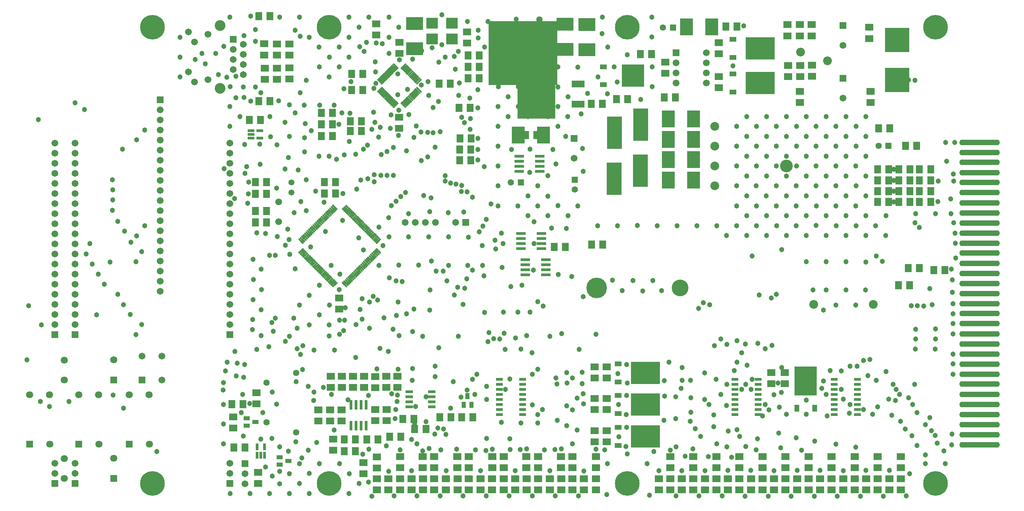
<source format=gts>
%FSLAX43Y43*%
%MOMM*%
G71*
G01*
G75*
%ADD10C,0.300*%
%ADD11R,1.300X0.850*%
%ADD12R,3.000X1.500*%
%ADD13R,9.300X12.200*%
%ADD14C,0.250*%
%ADD15C,0.063*%
%ADD16R,1.800X1.600*%
%ADD17O,10.000X1.200*%
%ADD18R,1.600X1.800*%
%ADD19R,0.550X1.450*%
%ADD20R,0.550X1.450*%
%ADD21R,1.550X0.600*%
%ADD22R,2.200X0.600*%
%ADD23R,2.200X0.600*%
%ADD24R,4.000X3.000*%
%ADD25R,7.100X5.500*%
%ADD26R,1.600X1.000*%
%ADD27R,5.500X7.100*%
%ADD28R,1.000X1.600*%
%ADD29R,1.550X0.600*%
%ADD30R,1.700X0.600*%
%ADD31R,1.700X0.600*%
%ADD32R,0.600X2.200*%
%ADD33R,0.600X2.200*%
%ADD34R,3.000X4.000*%
%ADD35R,3.500X8.000*%
%ADD36R,0.850X1.300*%
%ADD37R,6.000X6.000*%
%ADD38R,2.700X2.500*%
%ADD39R,1.450X0.550*%
%ADD40R,1.450X0.550*%
%ADD41R,5.400X5.500*%
%ADD42C,0.500*%
%ADD43C,1.000*%
%ADD44C,0.400*%
%ADD45C,0.700*%
%ADD46C,0.600*%
%ADD47C,0.800*%
%ADD48R,1.500X1.500*%
%ADD49C,1.500*%
%ADD50C,6.000*%
%ADD51C,4.000*%
%ADD52R,1.600X1.600*%
%ADD53C,1.600*%
%ADD54R,1.400X1.400*%
%ADD55C,1.400*%
%ADD56C,2.000*%
%ADD57C,5.000*%
%ADD58C,2.500*%
%ADD59C,1.300*%
%ADD60C,1.100*%
%ADD61C,3.000*%
%ADD62R,17.250X16.100*%
%ADD63R,1.503X1.053*%
%ADD64R,3.203X1.703*%
%ADD65R,9.503X12.403*%
%ADD66R,2.003X1.803*%
%ADD67O,10.203X1.403*%
%ADD68R,1.803X2.003*%
%ADD69R,0.753X1.653*%
%ADD70R,0.753X1.653*%
%ADD71R,1.753X0.803*%
%ADD72R,2.403X0.803*%
%ADD73R,2.403X0.803*%
%ADD74R,4.203X3.203*%
%ADD75R,7.303X5.703*%
%ADD76R,1.803X1.203*%
%ADD77R,5.703X7.303*%
%ADD78R,1.203X1.803*%
%ADD79R,1.753X0.803*%
%ADD80R,1.903X0.803*%
%ADD81R,1.903X0.803*%
%ADD82R,0.803X2.403*%
%ADD83R,0.803X2.403*%
%ADD84R,3.203X4.203*%
%ADD85R,3.703X8.203*%
%ADD86R,1.053X1.503*%
%ADD87R,6.203X6.203*%
%ADD88R,2.903X2.703*%
%ADD89R,1.653X0.753*%
%ADD90R,1.653X0.753*%
%ADD91R,5.603X5.703*%
%ADD92R,1.703X1.703*%
%ADD93C,1.703*%
%ADD94C,6.203*%
%ADD95C,4.203*%
%ADD96R,1.803X1.803*%
%ADD97C,1.803*%
%ADD98R,1.603X1.603*%
%ADD99C,1.603*%
%ADD100C,2.203*%
%ADD101C,5.203*%
%ADD102C,2.703*%
%ADD103C,1.503*%
%ADD104C,1.303*%
%ADD105C,3.203*%
D15*
X70627Y75082D02*
X70903Y75359D01*
X72063Y74198D01*
X71787Y73922D01*
X70627Y75082D01*
X70700D02*
X70903Y75285D01*
X71989Y74198D01*
X71787Y73996D01*
X70700Y75082D01*
X70774D02*
X70903Y75211D01*
X71916Y74198D01*
X71787Y74070D01*
X70774Y75082D01*
X70848D02*
X70903Y75138D01*
X71842Y74198D01*
X71787Y74143D01*
X70848Y75082D01*
X70903Y75064D02*
X71787Y74217D01*
X85876Y110650D02*
X86188Y110962D01*
X87383Y109766D01*
X87071Y109455D01*
X85876Y110650D01*
X85950D02*
X86188Y110888D01*
X87309Y109766D01*
X87071Y109528D01*
X85950Y110650D01*
X86023D02*
X86188Y110814D01*
X87236Y109766D01*
X87071Y109602D01*
X86023Y110650D01*
X86097D02*
X86188Y110741D01*
X87162Y109766D01*
X87071Y109676D01*
X86097Y110650D01*
X86171D02*
X86188Y110667D01*
X87088Y109766D01*
X87071Y109749D01*
X86171Y110650D01*
X86207Y110613D02*
X87052Y109804D01*
X88203Y109455D02*
X87891Y109766D01*
X89087Y110962D01*
X89398Y110650D01*
X88203Y109455D01*
Y109528D02*
X87965Y109766D01*
X89087Y110888D01*
X89325Y110650D01*
X88203Y109528D01*
Y109602D02*
X88039Y109766D01*
X89087Y110814D01*
X89251Y110650D01*
X88203Y109602D01*
Y109676D02*
X88112Y109766D01*
X89087Y110741D01*
X89177Y110650D01*
X88203Y109676D01*
Y109749D02*
X88186Y109766D01*
X89087Y110667D01*
X89104Y110650D01*
X88203Y109749D01*
X88240Y109786D02*
X89049Y110631D01*
X90366Y103332D02*
X90678Y103643D01*
X91873Y102448D01*
X91562Y102136D01*
X90366Y103332D01*
X90440D02*
X90678Y103570D01*
X91800Y102448D01*
X91562Y102210D01*
X90440Y103332D01*
X90513D02*
X90678Y103496D01*
X91726Y102448D01*
X91562Y102283D01*
X90513Y103332D01*
X90587D02*
X90678Y103422D01*
X91652Y102448D01*
X91562Y102357D01*
X90587Y103332D01*
X90661D02*
X90678Y103349D01*
X91579Y102448D01*
X91562Y102431D01*
X90661Y103332D01*
X90697Y103294D02*
X91542Y102485D01*
X90720Y103685D02*
X91031Y103997D01*
X92227Y102801D01*
X91915Y102490D01*
X90720Y103685D01*
X90793D02*
X91031Y103923D01*
X92153Y102801D01*
X91915Y102563D01*
X90793Y103685D01*
X90867D02*
X91031Y103849D01*
X92079Y102801D01*
X91915Y102637D01*
X90867Y103685D01*
X90941D02*
X91031Y103776D01*
X92006Y102801D01*
X91915Y102711D01*
X90941Y103685D01*
X91014D02*
X91031Y103702D01*
X91932Y102801D01*
X91915Y102784D01*
X91014Y103685D01*
X91051Y103648D02*
X91896Y102839D01*
X92092Y105566D02*
X91780Y105877D01*
X92976Y107073D01*
X93287Y106761D01*
X92092Y105566D01*
Y105639D02*
X91854Y105877D01*
X92976Y106999D01*
X93214Y106761D01*
X92092Y105639D01*
Y105713D02*
X91928Y105877D01*
X92976Y106925D01*
X93140Y106761D01*
X92092Y105713D01*
Y105787D02*
X92001Y105877D01*
X92976Y106852D01*
X93066Y106761D01*
X92092Y105787D01*
Y105860D02*
X92075Y105877D01*
X92976Y106778D01*
X92993Y106761D01*
X92092Y105860D01*
X92129Y105897D02*
X92938Y106742D01*
X91738Y105919D02*
X91427Y106231D01*
X92622Y107426D01*
X92934Y107115D01*
X91738Y105919D01*
Y105993D02*
X91500Y106231D01*
X92622Y107353D01*
X92860Y107115D01*
X91738Y105993D01*
Y106066D02*
X91574Y106231D01*
X92622Y107279D01*
X92787Y107115D01*
X91738Y106066D01*
Y106140D02*
X91648Y106231D01*
X92622Y107205D01*
X92713Y107115D01*
X91738Y106140D01*
Y106214D02*
X91721Y106231D01*
X92622Y107132D01*
X92639Y107115D01*
X91738Y106214D01*
X91776Y106250D02*
X92585Y107095D01*
X91385Y106273D02*
X91073Y106584D01*
X92269Y107780D01*
X92580Y107468D01*
X91385Y106273D01*
Y106346D02*
X91147Y106584D01*
X92269Y107706D01*
X92507Y107468D01*
X91385Y106346D01*
Y106420D02*
X91220Y106584D01*
X92269Y107632D01*
X92433Y107468D01*
X91385Y106420D01*
Y106494D02*
X91294Y106584D01*
X92269Y107559D01*
X92359Y107468D01*
X91385Y106494D01*
Y106567D02*
X91368Y106584D01*
X92269Y107485D01*
X92286Y107468D01*
X91385Y106567D01*
X91422Y106604D02*
X92231Y107449D01*
X91031Y106626D02*
X90720Y106938D01*
X91915Y108133D01*
X92227Y107822D01*
X91031Y106626D01*
Y106700D02*
X90793Y106938D01*
X91915Y108060D01*
X92153Y107822D01*
X91031Y106700D01*
Y106773D02*
X90867Y106938D01*
X91915Y107986D01*
X92079Y107822D01*
X91031Y106773D01*
Y106847D02*
X90941Y106938D01*
X91915Y107912D01*
X92006Y107822D01*
X91031Y106847D01*
Y106921D02*
X91014Y106938D01*
X91915Y107839D01*
X91932Y107822D01*
X91031Y106921D01*
X91069Y106957D02*
X91878Y107802D01*
X90678Y106980D02*
X90366Y107291D01*
X91562Y108487D01*
X91873Y108175D01*
X90678Y106980D01*
Y107053D02*
X90440Y107291D01*
X91562Y108413D01*
X91800Y108175D01*
X90678Y107053D01*
Y107127D02*
X90513Y107291D01*
X91562Y108340D01*
X91726Y108175D01*
X90678Y107127D01*
Y107201D02*
X90587Y107291D01*
X91562Y108266D01*
X91652Y108175D01*
X90678Y107201D01*
Y107274D02*
X90661Y107291D01*
X91562Y108192D01*
X91579Y108175D01*
X90678Y107274D01*
X90715Y107311D02*
X91524Y108156D01*
X90324Y107333D02*
X90013Y107645D01*
X91208Y108840D01*
X91520Y108529D01*
X90324Y107333D01*
Y107407D02*
X90086Y107645D01*
X91208Y108767D01*
X91446Y108529D01*
X90324Y107407D01*
Y107481D02*
X90160Y107645D01*
X91208Y108693D01*
X91372Y108529D01*
X90324Y107481D01*
Y107554D02*
X90234Y107645D01*
X91208Y108619D01*
X91299Y108529D01*
X90324Y107554D01*
Y107628D02*
X90307Y107645D01*
X91208Y108546D01*
X91225Y108529D01*
X90324Y107628D01*
X90361Y107664D02*
X91171Y108509D01*
X89971Y107687D02*
X89659Y107998D01*
X90854Y109194D01*
X91166Y108882D01*
X89971Y107687D01*
Y107761D02*
X89733Y107998D01*
X90854Y109120D01*
X91092Y108882D01*
X89971Y107761D01*
Y107834D02*
X89806Y107998D01*
X90854Y109047D01*
X91019Y108882D01*
X89971Y107834D01*
Y107908D02*
X89880Y107998D01*
X90854Y108973D01*
X90945Y108882D01*
X89971Y107908D01*
Y107981D02*
X89954Y107998D01*
X90854Y108899D01*
X90871Y108882D01*
X89971Y107981D01*
X90008Y108018D02*
X90817Y108863D01*
X89617Y108040D02*
X89305Y108352D01*
X90501Y109548D01*
X90813Y109236D01*
X89617Y108040D01*
Y108114D02*
X89379Y108352D01*
X90501Y109474D01*
X90739Y109236D01*
X89617Y108114D01*
Y108188D02*
X89453Y108352D01*
X90501Y109400D01*
X90665Y109236D01*
X89617Y108188D01*
Y108261D02*
X89526Y108352D01*
X90501Y109327D01*
X90592Y109236D01*
X89617Y108261D01*
Y108335D02*
X89600Y108352D01*
X90501Y109253D01*
X90518Y109236D01*
X89617Y108335D01*
X89654Y108371D02*
X90464Y109217D01*
X89263Y108394D02*
X88952Y108706D01*
X90147Y109901D01*
X90459Y109589D01*
X89263Y108394D01*
Y108468D02*
X89025Y108706D01*
X90147Y109827D01*
X90385Y109589D01*
X89263Y108468D01*
Y108541D02*
X89099Y108706D01*
X90147Y109754D01*
X90312Y109589D01*
X89263Y108541D01*
Y108615D02*
X89173Y108706D01*
X90147Y109680D01*
X90238Y109589D01*
X89263Y108615D01*
Y108689D02*
X89246Y108706D01*
X90147Y109606D01*
X90164Y109589D01*
X89263Y108689D01*
X89301Y108725D02*
X90110Y109570D01*
X88910Y108748D02*
X88598Y109059D01*
X89794Y110255D01*
X90105Y109943D01*
X88910Y108748D01*
Y108821D02*
X88672Y109059D01*
X89794Y110181D01*
X90032Y109943D01*
X88910Y108821D01*
Y108895D02*
X88746Y109059D01*
X89794Y110107D01*
X89958Y109943D01*
X88910Y108895D01*
Y108968D02*
X88819Y109059D01*
X89794Y110034D01*
X89884Y109943D01*
X88910Y108968D01*
Y109042D02*
X88893Y109059D01*
X89794Y109960D01*
X89811Y109943D01*
X88910Y109042D01*
X88947Y109079D02*
X89757Y109924D01*
X88556Y109101D02*
X88245Y109413D01*
X89440Y110608D01*
X89752Y110297D01*
X88556Y109101D01*
Y109175D02*
X88318Y109413D01*
X89440Y110535D01*
X89678Y110297D01*
X88556Y109175D01*
Y109248D02*
X88392Y109413D01*
X89440Y110461D01*
X89605Y110297D01*
X88556Y109248D01*
Y109322D02*
X88466Y109413D01*
X89440Y110387D01*
X89531Y110297D01*
X88556Y109322D01*
Y109396D02*
X88539Y109413D01*
X89440Y110314D01*
X89457Y110297D01*
X88556Y109396D01*
X88594Y109432D02*
X89403Y110277D01*
X87891Y100857D02*
X88203Y101168D01*
X89398Y99973D01*
X89087Y99661D01*
X87891Y100857D01*
X87965D02*
X88203Y101095D01*
X89325Y99973D01*
X89087Y99735D01*
X87965Y100857D01*
X88039D02*
X88203Y101021D01*
X89251Y99973D01*
X89087Y99808D01*
X88039Y100857D01*
X88112D02*
X88203Y100947D01*
X89177Y99973D01*
X89087Y99882D01*
X88112Y100857D01*
X88186D02*
X88203Y100874D01*
X89104Y99973D01*
X89087Y99956D01*
X88186Y100857D01*
X88222Y100819D02*
X89067Y100010D01*
X88245Y101210D02*
X88556Y101522D01*
X89752Y100326D01*
X89440Y100015D01*
X88245Y101210D01*
X88318D02*
X88556Y101448D01*
X89678Y100326D01*
X89440Y100088D01*
X88318Y101210D01*
X88392D02*
X88556Y101375D01*
X89605Y100326D01*
X89440Y100162D01*
X88392Y101210D01*
X88466D02*
X88556Y101301D01*
X89531Y100326D01*
X89440Y100236D01*
X88466Y101210D01*
X88539D02*
X88556Y101227D01*
X89457Y100326D01*
X89440Y100309D01*
X88539Y101210D01*
X88576Y101173D02*
X89421Y100364D01*
X88598Y101564D02*
X88910Y101875D01*
X90105Y100680D01*
X89794Y100368D01*
X88598Y101564D01*
X88672D02*
X88910Y101802D01*
X90032Y100680D01*
X89794Y100442D01*
X88672Y101564D01*
X88746D02*
X88910Y101728D01*
X89958Y100680D01*
X89794Y100516D01*
X88746Y101564D01*
X88819D02*
X88910Y101654D01*
X89884Y100680D01*
X89794Y100589D01*
X88819Y101564D01*
X88893D02*
X88910Y101581D01*
X89811Y100680D01*
X89794Y100663D01*
X88893Y101564D01*
X88929Y101526D02*
X89774Y100717D01*
X88952Y101917D02*
X89263Y102229D01*
X90459Y101033D01*
X90147Y100722D01*
X88952Y101917D01*
X89025D02*
X89263Y102155D01*
X90385Y101033D01*
X90147Y100796D01*
X89025Y101917D01*
X89099D02*
X89263Y102082D01*
X90312Y101033D01*
X90147Y100869D01*
X89099Y101917D01*
X89173D02*
X89263Y102008D01*
X90238Y101033D01*
X90147Y100943D01*
X89173Y101917D01*
X89246D02*
X89263Y101934D01*
X90164Y101033D01*
X90147Y101016D01*
X89246Y101917D01*
X89283Y101880D02*
X90128Y101071D01*
X89305Y102271D02*
X89617Y102583D01*
X90813Y101387D01*
X90501Y101075D01*
X89305Y102271D01*
X89379D02*
X89617Y102509D01*
X90739Y101387D01*
X90501Y101149D01*
X89379Y102271D01*
X89453D02*
X89617Y102435D01*
X90665Y101387D01*
X90501Y101223D01*
X89453Y102271D01*
X89526D02*
X89617Y102362D01*
X90592Y101387D01*
X90501Y101296D01*
X89526Y102271D01*
X89600D02*
X89617Y102288D01*
X90518Y101387D01*
X90501Y101370D01*
X89600Y102271D01*
X89636Y102234D02*
X90482Y101424D01*
X89659Y102624D02*
X89971Y102936D01*
X91166Y101741D01*
X90854Y101429D01*
X89659Y102624D01*
X89733D02*
X89971Y102862D01*
X91092Y101741D01*
X90854Y101503D01*
X89733Y102624D01*
X89806D02*
X89971Y102789D01*
X91019Y101741D01*
X90854Y101576D01*
X89806Y102624D01*
X89880D02*
X89971Y102715D01*
X90945Y101741D01*
X90854Y101650D01*
X89880Y102624D01*
X89954D02*
X89971Y102641D01*
X90871Y101741D01*
X90854Y101724D01*
X89954Y102624D01*
X89990Y102587D02*
X90835Y101778D01*
X90013Y102978D02*
X90324Y103290D01*
X91520Y102094D01*
X91208Y101782D01*
X90013Y102978D01*
X90086D02*
X90324Y103216D01*
X91446Y102094D01*
X91208Y101856D01*
X90086Y102978D01*
X90160D02*
X90324Y103142D01*
X91372Y102094D01*
X91208Y101930D01*
X90160Y102978D01*
X90233D02*
X90324Y103069D01*
X91299Y102094D01*
X91208Y102003D01*
X90233Y102978D01*
X90307D02*
X90324Y102995D01*
X91225Y102094D01*
X91208Y102077D01*
X90307Y102978D01*
X90343Y102941D02*
X91189Y102131D01*
X91073Y104039D02*
X91385Y104350D01*
X92580Y103155D01*
X92269Y102843D01*
X91073Y104039D01*
X91147D02*
X91385Y104277D01*
X92507Y103155D01*
X92269Y102917D01*
X91147Y104039D01*
X91220D02*
X91385Y104203D01*
X92433Y103155D01*
X92269Y102990D01*
X91220Y104039D01*
X91294D02*
X91385Y104129D01*
X92359Y103155D01*
X92269Y103064D01*
X91294Y104039D01*
X91368D02*
X91385Y104056D01*
X92286Y103155D01*
X92269Y103138D01*
X91368Y104039D01*
X91404Y104001D02*
X92249Y103192D01*
X91427Y104392D02*
X91738Y104704D01*
X92934Y103508D01*
X92622Y103197D01*
X91427Y104392D01*
X91500D02*
X91738Y104630D01*
X92860Y103508D01*
X92622Y103270D01*
X91500Y104392D01*
X91574D02*
X91738Y104557D01*
X92787Y103508D01*
X92622Y103344D01*
X91574Y104392D01*
X91648D02*
X91738Y104483D01*
X92713Y103508D01*
X92622Y103418D01*
X91648Y104392D01*
X91721D02*
X91738Y104409D01*
X92639Y103508D01*
X92622Y103491D01*
X91721Y104392D01*
X91758Y104355D02*
X92603Y103546D01*
X91780Y104746D02*
X92092Y105057D01*
X93287Y103862D01*
X92976Y103550D01*
X91780Y104746D01*
X91854D02*
X92092Y104984D01*
X93214Y103862D01*
X92976Y103624D01*
X91854Y104746D01*
X91928D02*
X92092Y104910D01*
X93140Y103862D01*
X92976Y103698D01*
X91928Y104746D01*
X92001D02*
X92092Y104836D01*
X93066Y103862D01*
X92976Y103771D01*
X92001Y104746D01*
X92075D02*
X92092Y104763D01*
X92993Y103862D01*
X92976Y103845D01*
X92075Y104746D01*
X92111Y104708D02*
X92956Y103899D01*
X86188Y99661D02*
X85876Y99973D01*
X87071Y101168D01*
X87383Y100857D01*
X86188Y99661D01*
Y99735D02*
X85950Y99973D01*
X87071Y101095D01*
X87309Y100857D01*
X86188Y99735D01*
Y99808D02*
X86023Y99973D01*
X87071Y101021D01*
X87236Y100857D01*
X86188Y99808D01*
Y99882D02*
X86097Y99973D01*
X87071Y100947D01*
X87162Y100857D01*
X86188Y99882D01*
Y99956D02*
X86171Y99973D01*
X87071Y100874D01*
X87088Y100857D01*
X86188Y99956D01*
X86225Y99992D02*
X87034Y100837D01*
X85834Y100015D02*
X85522Y100326D01*
X86718Y101522D01*
X87030Y101210D01*
X85834Y100015D01*
Y100088D02*
X85596Y100326D01*
X86718Y101448D01*
X86956Y101210D01*
X85834Y100088D01*
Y100162D02*
X85670Y100326D01*
X86718Y101375D01*
X86882Y101210D01*
X85834Y100162D01*
Y100236D02*
X85743Y100326D01*
X86718Y101301D01*
X86809Y101210D01*
X85834Y100236D01*
Y100309D02*
X85817Y100326D01*
X86718Y101227D01*
X86735Y101210D01*
X85834Y100309D01*
X85871Y100346D02*
X86681Y101191D01*
X85480Y100368D02*
X85169Y100680D01*
X86364Y101875D01*
X86676Y101564D01*
X85480Y100368D01*
Y100442D02*
X85242Y100680D01*
X86364Y101802D01*
X86602Y101564D01*
X85480Y100442D01*
Y100516D02*
X85316Y100680D01*
X86364Y101728D01*
X86529Y101564D01*
X85480Y100516D01*
Y100589D02*
X85390Y100680D01*
X86364Y101654D01*
X86455Y101564D01*
X85480Y100589D01*
Y100663D02*
X85463Y100680D01*
X86364Y101581D01*
X86381Y101564D01*
X85480Y100663D01*
X85518Y100699D02*
X86327Y101544D01*
X85127Y100722D02*
X84815Y101033D01*
X86011Y102229D01*
X86322Y101917D01*
X85127Y100722D01*
Y100795D02*
X84889Y101033D01*
X86011Y102155D01*
X86249Y101917D01*
X85127Y100795D01*
Y100869D02*
X84963Y101033D01*
X86011Y102082D01*
X86175Y101917D01*
X85127Y100869D01*
Y100943D02*
X85036Y101033D01*
X86011Y102008D01*
X86101Y101917D01*
X85127Y100943D01*
Y101016D02*
X85110Y101033D01*
X86011Y101934D01*
X86028Y101917D01*
X85127Y101016D01*
X85164Y101053D02*
X85973Y101898D01*
X84773Y101075D02*
X84462Y101387D01*
X85657Y102582D01*
X85969Y102271D01*
X84773Y101075D01*
Y101149D02*
X84535Y101387D01*
X85657Y102509D01*
X85895Y102271D01*
X84773Y101149D01*
Y101223D02*
X84609Y101387D01*
X85657Y102435D01*
X85822Y102271D01*
X84773Y101223D01*
Y101296D02*
X84683Y101387D01*
X85657Y102362D01*
X85748Y102271D01*
X84773Y101296D01*
Y101370D02*
X84756Y101387D01*
X85657Y102288D01*
X85674Y102271D01*
X84773Y101370D01*
X84811Y101406D02*
X85620Y102252D01*
X84420Y101429D02*
X84108Y101741D01*
X85304Y102936D01*
X85615Y102624D01*
X84420Y101429D01*
Y101503D02*
X84182Y101741D01*
X85304Y102862D01*
X85542Y102624D01*
X84420Y101503D01*
Y101576D02*
X84255Y101741D01*
X85304Y102789D01*
X85468Y102624D01*
X84420Y101576D01*
Y101650D02*
X84329Y101741D01*
X85304Y102715D01*
X85394Y102624D01*
X84420Y101650D01*
Y101724D02*
X84403Y101741D01*
X85304Y102641D01*
X85321Y102624D01*
X84420Y101724D01*
X84457Y101760D02*
X85266Y102605D01*
X84066Y101782D02*
X83755Y102094D01*
X84950Y103290D01*
X85262Y102978D01*
X84066Y101782D01*
Y101856D02*
X83828Y102094D01*
X84950Y103216D01*
X85188Y102978D01*
X84066Y101856D01*
Y101930D02*
X83902Y102094D01*
X84950Y103142D01*
X85114Y102978D01*
X84066Y101930D01*
Y102003D02*
X83976Y102094D01*
X84950Y103069D01*
X85041Y102978D01*
X84066Y102003D01*
Y102077D02*
X84049Y102094D01*
X84950Y102995D01*
X84967Y102978D01*
X84066Y102077D01*
X84104Y102113D02*
X84913Y102959D01*
X83713Y102136D02*
X83401Y102448D01*
X84597Y103643D01*
X84908Y103332D01*
X83713Y102136D01*
Y102210D02*
X83475Y102448D01*
X84597Y103570D01*
X84835Y103332D01*
X83713Y102210D01*
Y102283D02*
X83548Y102448D01*
X84597Y103496D01*
X84761Y103332D01*
X83713Y102283D01*
Y102357D02*
X83622Y102448D01*
X84597Y103422D01*
X84687Y103332D01*
X83713Y102357D01*
Y102431D02*
X83696Y102448D01*
X84597Y103349D01*
X84614Y103332D01*
X83713Y102431D01*
X83750Y102467D02*
X84559Y103312D01*
X83359Y102490D02*
X83048Y102801D01*
X84243Y103997D01*
X84555Y103685D01*
X83359Y102490D01*
Y102563D02*
X83121Y102801D01*
X84243Y103923D01*
X84481Y103685D01*
X83359Y102563D01*
Y102637D02*
X83195Y102801D01*
X84243Y103849D01*
X84407Y103685D01*
X83359Y102637D01*
Y102711D02*
X83268Y102801D01*
X84243Y103776D01*
X84334Y103685D01*
X83359Y102711D01*
Y102784D02*
X83342Y102801D01*
X84243Y103702D01*
X84260Y103685D01*
X83359Y102784D01*
X83396Y102821D02*
X84206Y103666D01*
X83006Y102843D02*
X82694Y103155D01*
X83889Y104350D01*
X84201Y104039D01*
X83006Y102843D01*
Y102917D02*
X82768Y103155D01*
X83889Y104277D01*
X84127Y104039D01*
X83006Y102917D01*
Y102990D02*
X82841Y103155D01*
X83889Y104203D01*
X84054Y104039D01*
X83006Y102990D01*
Y103064D02*
X82915Y103155D01*
X83889Y104129D01*
X83980Y104039D01*
X83006Y103064D01*
Y103138D02*
X82989Y103155D01*
X83889Y104056D01*
X83906Y104039D01*
X83006Y103138D01*
X83043Y103174D02*
X83852Y104019D01*
X82652Y103197D02*
X82340Y103508D01*
X83536Y104704D01*
X83848Y104392D01*
X82652Y103197D01*
Y103270D02*
X82414Y103508D01*
X83536Y104630D01*
X83774Y104392D01*
X82652Y103270D01*
Y103344D02*
X82488Y103508D01*
X83536Y104557D01*
X83700Y104392D01*
X82652Y103344D01*
Y103418D02*
X82561Y103508D01*
X83536Y104483D01*
X83627Y104392D01*
X82652Y103418D01*
Y103491D02*
X82635Y103508D01*
X83536Y104409D01*
X83553Y104392D01*
X82652Y103491D01*
X82689Y103528D02*
X83499Y104373D01*
X82298Y103550D02*
X81987Y103862D01*
X83182Y105057D01*
X83494Y104746D01*
X82298Y103550D01*
Y103624D02*
X82061Y103862D01*
X83182Y104984D01*
X83420Y104746D01*
X82298Y103624D01*
Y103698D02*
X82134Y103862D01*
X83182Y104910D01*
X83347Y104746D01*
X82298Y103698D01*
Y103771D02*
X82208Y103862D01*
X83182Y104836D01*
X83273Y104746D01*
X82298Y103771D01*
Y103845D02*
X82281Y103862D01*
X83182Y104763D01*
X83199Y104746D01*
X82298Y103845D01*
X82336Y103881D02*
X83145Y104726D01*
X81987Y106761D02*
X82298Y107073D01*
X83494Y105877D01*
X83182Y105566D01*
X81987Y106761D01*
X82061D02*
X82298Y106999D01*
X83420Y105877D01*
X83182Y105639D01*
X82061Y106761D01*
X82134D02*
X82298Y106925D01*
X83347Y105877D01*
X83182Y105713D01*
X82134Y106761D01*
X82208D02*
X82298Y106852D01*
X83273Y105877D01*
X83182Y105786D01*
X82208Y106761D01*
X82281D02*
X82298Y106778D01*
X83199Y105877D01*
X83182Y105860D01*
X82281Y106761D01*
X82318Y106724D02*
X83163Y105914D01*
X82340Y107115D02*
X82652Y107426D01*
X83848Y106231D01*
X83536Y105919D01*
X82340Y107115D01*
X82414D02*
X82652Y107353D01*
X83774Y106231D01*
X83536Y105993D01*
X82414Y107115D01*
X82488D02*
X82652Y107279D01*
X83700Y106231D01*
X83536Y106066D01*
X82488Y107115D01*
X82561D02*
X82652Y107205D01*
X83627Y106231D01*
X83536Y106140D01*
X82561Y107115D01*
X82635D02*
X82652Y107132D01*
X83553Y106231D01*
X83536Y106214D01*
X82635Y107115D01*
X82671Y107077D02*
X83517Y106268D01*
X82694Y107468D02*
X83006Y107780D01*
X84201Y106584D01*
X83889Y106273D01*
X82694Y107468D01*
X82768D02*
X83006Y107706D01*
X84127Y106584D01*
X83889Y106346D01*
X82768Y107468D01*
X82841D02*
X83006Y107632D01*
X84054Y106584D01*
X83889Y106420D01*
X82841Y107468D01*
X82915D02*
X83006Y107559D01*
X83980Y106584D01*
X83889Y106494D01*
X82915Y107468D01*
X82989D02*
X83006Y107485D01*
X83906Y106584D01*
X83889Y106567D01*
X82989Y107468D01*
X83025Y107431D02*
X83870Y106622D01*
X83048Y107822D02*
X83359Y108133D01*
X84555Y106938D01*
X84243Y106626D01*
X83048Y107822D01*
X83121D02*
X83359Y108060D01*
X84481Y106938D01*
X84243Y106700D01*
X83121Y107822D01*
X83195D02*
X83359Y107986D01*
X84407Y106938D01*
X84243Y106773D01*
X83195Y107822D01*
X83268D02*
X83359Y107912D01*
X84334Y106938D01*
X84243Y106847D01*
X83268Y107822D01*
X83342D02*
X83359Y107839D01*
X84260Y106938D01*
X84243Y106921D01*
X83342Y107822D01*
X83378Y107784D02*
X84224Y106975D01*
X83401Y108175D02*
X83713Y108487D01*
X84908Y107291D01*
X84597Y106980D01*
X83401Y108175D01*
X83475D02*
X83713Y108413D01*
X84835Y107291D01*
X84597Y107053D01*
X83475Y108175D01*
X83548D02*
X83713Y108340D01*
X84761Y107291D01*
X84597Y107127D01*
X83548Y108175D01*
X83622D02*
X83713Y108266D01*
X84687Y107291D01*
X84597Y107201D01*
X83622Y108175D01*
X83696D02*
X83713Y108192D01*
X84614Y107291D01*
X84597Y107274D01*
X83696Y108175D01*
X83732Y108138D02*
X84577Y107329D01*
X83755Y108529D02*
X84066Y108840D01*
X85262Y107645D01*
X84950Y107333D01*
X83755Y108529D01*
X83828D02*
X84066Y108767D01*
X85188Y107645D01*
X84950Y107407D01*
X83828Y108529D01*
X83902D02*
X84066Y108693D01*
X85114Y107645D01*
X84950Y107481D01*
X83902Y108529D01*
X83976D02*
X84066Y108619D01*
X85041Y107645D01*
X84950Y107554D01*
X83976Y108529D01*
X84049D02*
X84066Y108546D01*
X84967Y107645D01*
X84950Y107628D01*
X84049Y108529D01*
X84086Y108491D02*
X84931Y107682D01*
X84108Y108882D02*
X84420Y109194D01*
X85615Y107998D01*
X85304Y107687D01*
X84108Y108882D01*
X84182D02*
X84420Y109120D01*
X85542Y107998D01*
X85304Y107760D01*
X84182Y108882D01*
X84255D02*
X84420Y109047D01*
X85468Y107998D01*
X85304Y107834D01*
X84255Y108882D01*
X84329D02*
X84420Y108973D01*
X85394Y107998D01*
X85304Y107908D01*
X84329Y108882D01*
X84403D02*
X84420Y108899D01*
X85321Y107998D01*
X85304Y107981D01*
X84403Y108882D01*
X84439Y108845D02*
X85284Y108036D01*
X84462Y109236D02*
X84773Y109548D01*
X85969Y108352D01*
X85657Y108040D01*
X84462Y109236D01*
X84535D02*
X84773Y109474D01*
X85895Y108352D01*
X85657Y108114D01*
X84535Y109236D01*
X84609D02*
X84773Y109400D01*
X85822Y108352D01*
X85657Y108188D01*
X84609Y109236D01*
X84683D02*
X84773Y109327D01*
X85748Y108352D01*
X85657Y108261D01*
X84683Y109236D01*
X84756D02*
X84773Y109253D01*
X85674Y108352D01*
X85657Y108335D01*
X84756Y109236D01*
X84793Y109199D02*
X85638Y108389D01*
X84815Y109589D02*
X85127Y109901D01*
X86322Y108706D01*
X86011Y108394D01*
X84815Y109589D01*
X84889D02*
X85127Y109827D01*
X86249Y108706D01*
X86011Y108468D01*
X84889Y109589D01*
X84963D02*
X85127Y109754D01*
X86175Y108706D01*
X86011Y108541D01*
X84963Y109589D01*
X85036D02*
X85127Y109680D01*
X86101Y108706D01*
X86011Y108615D01*
X85036Y109589D01*
X85110D02*
X85127Y109606D01*
X86028Y108706D01*
X86011Y108689D01*
X85110Y109589D01*
X85146Y109552D02*
X85991Y108743D01*
X85169Y109943D02*
X85480Y110255D01*
X86676Y109059D01*
X86364Y108747D01*
X85169Y109943D01*
X85243D02*
X85480Y110181D01*
X86602Y109059D01*
X86364Y108821D01*
X85243Y109943D01*
X85316D02*
X85480Y110107D01*
X86529Y109059D01*
X86364Y108895D01*
X85316Y109943D01*
X85390D02*
X85480Y110034D01*
X86455Y109059D01*
X86364Y108968D01*
X85390Y109943D01*
X85463D02*
X85480Y109960D01*
X86381Y109059D01*
X86364Y109042D01*
X85463Y109943D01*
X85500Y109906D02*
X86345Y109096D01*
X85522Y110297D02*
X85834Y110608D01*
X87030Y109413D01*
X86718Y109101D01*
X85522Y110297D01*
X85596D02*
X85834Y110535D01*
X86956Y109413D01*
X86718Y109175D01*
X85596Y110297D01*
X85670D02*
X85834Y110461D01*
X86882Y109413D01*
X86718Y109248D01*
X85670Y110297D01*
X85743D02*
X85834Y110387D01*
X86809Y109413D01*
X86718Y109322D01*
X85743Y110297D01*
X85817D02*
X85834Y110314D01*
X86735Y109413D01*
X86718Y109396D01*
X85817Y110297D01*
X85853Y110259D02*
X86699Y109450D01*
D44*
X68818Y72962D02*
X69702Y72078D01*
X69664Y72041D02*
G03*
X69702Y72078I19J19D01*
G01*
X68780Y72925D02*
X69664Y72041D01*
X68818Y72962D02*
G03*
X68780Y72925I-19J-19D01*
G01*
X62454Y66598D02*
X63338Y65714D01*
X63300Y65677D02*
G03*
X63338Y65714I19J19D01*
G01*
X62417Y66561D02*
X63300Y65677D01*
X62454Y66598D02*
G03*
X62417Y66561I-19J-19D01*
G01*
X62808Y66952D02*
X63692Y66068D01*
X63654Y66030D02*
G03*
X63692Y66068I19J19D01*
G01*
X62770Y66914D02*
X63654Y66030D01*
X62808Y66952D02*
G03*
X62770Y66914I-19J-19D01*
G01*
X63161Y67305D02*
X64045Y66421D01*
X64008Y66384D02*
G03*
X64045Y66421I19J19D01*
G01*
X63124Y67268D02*
X64008Y66384D01*
X63161Y67305D02*
G03*
X63124Y67268I-19J-19D01*
G01*
X63515Y67659D02*
X64399Y66775D01*
X64361Y66737D02*
G03*
X64399Y66775I19J19D01*
G01*
X63477Y67621D02*
X64361Y66737D01*
X63515Y67659D02*
G03*
X63477Y67621I-19J-19D01*
G01*
X63868Y68012D02*
X64752Y67129D01*
X64715Y67091D02*
G03*
X64752Y67129I19J19D01*
G01*
X63831Y67975D02*
X64715Y67091D01*
X63868Y68012D02*
G03*
X63831Y67975I-19J-19D01*
G01*
X64222Y68366D02*
X65106Y67482D01*
X65068Y67444D02*
G03*
X65106Y67482I19J19D01*
G01*
X64184Y68328D02*
X65068Y67444D01*
X64222Y68366D02*
G03*
X64184Y68328I-19J-19D01*
G01*
X64575Y68720D02*
X65459Y67836D01*
X65422Y67798D02*
G03*
X65459Y67836I19J19D01*
G01*
X64538Y68682D02*
X65422Y67798D01*
X64575Y68720D02*
G03*
X64538Y68682I-19J-19D01*
G01*
X64929Y69073D02*
X65813Y68189D01*
X65775Y68152D02*
G03*
X65813Y68189I19J19D01*
G01*
X64891Y69035D02*
X65775Y68152D01*
X64929Y69073D02*
G03*
X64891Y69035I-19J-19D01*
G01*
X65283Y69427D02*
X66166Y68543D01*
X66129Y68505D02*
G03*
X66166Y68543I19J19D01*
G01*
X65245Y69389D02*
X66129Y68505D01*
X65283Y69427D02*
G03*
X65245Y69389I-19J-19D01*
G01*
X65636Y69780D02*
X66520Y68896D01*
X66482Y68859D02*
G03*
X66520Y68896I19J19D01*
G01*
X65599Y69743D02*
X66482Y68859D01*
X65636Y69780D02*
G03*
X65599Y69743I-19J-19D01*
G01*
X65990Y70134D02*
X66874Y69250D01*
X66836Y69212D02*
G03*
X66874Y69250I19J19D01*
G01*
X65952Y70096D02*
X66836Y69212D01*
X65990Y70134D02*
G03*
X65952Y70096I-19J-19D01*
G01*
X66343Y70487D02*
X67227Y69603D01*
X67190Y69566D02*
G03*
X67227Y69603I19J19D01*
G01*
X66306Y70450D02*
X67190Y69566D01*
X66343Y70487D02*
G03*
X66306Y70450I-19J-19D01*
G01*
X66697Y70841D02*
X67581Y69957D01*
X67543Y69919D02*
G03*
X67581Y69957I19J19D01*
G01*
X66659Y70803D02*
X67543Y69919D01*
X66697Y70841D02*
G03*
X66659Y70803I-19J-19D01*
G01*
X67050Y71194D02*
X67934Y70310D01*
X67897Y70273D02*
G03*
X67934Y70310I19J19D01*
G01*
X67013Y71157D02*
X67897Y70273D01*
X67050Y71194D02*
G03*
X67013Y71157I-19J-19D01*
G01*
X67404Y71548D02*
X68288Y70664D01*
X68250Y70626D02*
G03*
X68288Y70664I19J19D01*
G01*
X67366Y71510D02*
X68250Y70626D01*
X67404Y71548D02*
G03*
X67366Y71510I-19J-19D01*
G01*
X67757Y71901D02*
X68641Y71018D01*
X68604Y70980D02*
G03*
X68641Y71018I19J19D01*
G01*
X67720Y71864D02*
X68604Y70980D01*
X67757Y71901D02*
G03*
X67720Y71864I-19J-19D01*
G01*
X68111Y72255D02*
X68995Y71371D01*
X68957Y71334D02*
G03*
X68995Y71371I19J19D01*
G01*
X68073Y72217D02*
X68957Y71334D01*
X68111Y72255D02*
G03*
X68073Y72217I-19J-19D01*
G01*
X68465Y72609D02*
X69348Y71725D01*
X69311Y71687D02*
G03*
X69348Y71725I19J19D01*
G01*
X68427Y72571D02*
X69311Y71687D01*
X68465Y72609D02*
G03*
X68427Y72571I-19J-19D01*
G01*
X69172Y73316D02*
X70056Y72432D01*
X70018Y72394D02*
G03*
X70056Y72432I19J19D01*
G01*
X69134Y73278D02*
X70018Y72394D01*
X69172Y73316D02*
G03*
X69134Y73278I-19J-19D01*
G01*
X69525Y73669D02*
X70409Y72785D01*
X70371Y72748D02*
G03*
X70409Y72785I19J19D01*
G01*
X69488Y73632D02*
X70371Y72748D01*
X69525Y73669D02*
G03*
X69488Y73632I-19J-19D01*
G01*
X69879Y74023D02*
X70763Y73139D01*
X70725Y73101D02*
G03*
X70763Y73139I19J19D01*
G01*
X69841Y73985D02*
X70725Y73101D01*
X69879Y74023D02*
G03*
X69841Y73985I-19J-19D01*
G01*
X70232Y74376D02*
X71116Y73492D01*
X71079Y73455D02*
G03*
X71116Y73492I19J19D01*
G01*
X70195Y74339D02*
X71079Y73455D01*
X70232Y74376D02*
G03*
X70195Y74339I-19J-19D01*
G01*
X70586Y74730D02*
X71470Y73846D01*
X71432Y73808D02*
G03*
X71470Y73846I19J19D01*
G01*
X70548Y74692D02*
X71432Y73808D01*
X70586Y74730D02*
G03*
X70548Y74692I-19J-19D01*
G01*
X70902Y54754D02*
X71786Y55638D01*
X71823Y55600D02*
G03*
X71786Y55638I-19J19D01*
G01*
X70939Y54717D02*
X71823Y55600D01*
X70902Y54754D02*
G03*
X70939Y54717I19J-19D01*
G01*
X70548Y55108D02*
X71432Y55992D01*
X71470Y55954D02*
G03*
X71432Y55992I-19J19D01*
G01*
X70586Y55070D02*
X71470Y55954D01*
X70548Y55108D02*
G03*
X70586Y55070I19J-19D01*
G01*
X70195Y55461D02*
X71079Y56345D01*
X71116Y56308D02*
G03*
X71079Y56345I-19J19D01*
G01*
X70232Y55424D02*
X71116Y56308D01*
X70195Y55461D02*
G03*
X70232Y55424I19J-19D01*
G01*
X69841Y55815D02*
X70725Y56699D01*
X70763Y56661D02*
G03*
X70725Y56699I-19J19D01*
G01*
X69879Y55777D02*
X70763Y56661D01*
X69841Y55815D02*
G03*
X69879Y55777I19J-19D01*
G01*
X69488Y56168D02*
X70371Y57052D01*
X70409Y57015D02*
G03*
X70371Y57052I-19J19D01*
G01*
X69525Y56131D02*
X70409Y57015D01*
X69488Y56168D02*
G03*
X69525Y56131I19J-19D01*
G01*
X69134Y56522D02*
X70018Y57406D01*
X70056Y57368D02*
G03*
X70018Y57406I-19J19D01*
G01*
X69172Y56484D02*
X70056Y57368D01*
X69134Y56522D02*
G03*
X69172Y56484I19J-19D01*
G01*
X68780Y56875D02*
X69664Y57759D01*
X69702Y57722D02*
G03*
X69664Y57759I-19J19D01*
G01*
X68818Y56838D02*
X69702Y57722D01*
X68780Y56875D02*
G03*
X68818Y56838I19J-19D01*
G01*
X68427Y57229D02*
X69311Y58113D01*
X69348Y58075D02*
G03*
X69311Y58113I-19J19D01*
G01*
X68465Y57191D02*
X69348Y58075D01*
X68427Y57229D02*
G03*
X68465Y57191I19J-19D01*
G01*
X68073Y57583D02*
X68957Y58466D01*
X68995Y58429D02*
G03*
X68957Y58466I-19J19D01*
G01*
X68111Y57545D02*
X68995Y58429D01*
X68073Y57583D02*
G03*
X68111Y57545I19J-19D01*
G01*
X67720Y57936D02*
X68604Y58820D01*
X68641Y58782D02*
G03*
X68604Y58820I-19J19D01*
G01*
X67757Y57899D02*
X68641Y58782D01*
X67720Y57936D02*
G03*
X67757Y57899I19J-19D01*
G01*
X67366Y58290D02*
X68250Y59174D01*
X68288Y59136D02*
G03*
X68250Y59174I-19J19D01*
G01*
X67404Y58252D02*
X68288Y59136D01*
X67366Y58290D02*
G03*
X67404Y58252I19J-19D01*
G01*
X67013Y58643D02*
X67897Y59527D01*
X67934Y59489D02*
G03*
X67897Y59527I-19J19D01*
G01*
X67050Y58606D02*
X67934Y59489D01*
X67013Y58643D02*
G03*
X67050Y58606I19J-19D01*
G01*
X66659Y58997D02*
X67543Y59881D01*
X67581Y59843D02*
G03*
X67543Y59881I-19J19D01*
G01*
X66697Y58959D02*
X67581Y59843D01*
X66659Y58997D02*
G03*
X66697Y58959I19J-19D01*
G01*
X66306Y59350D02*
X67190Y60234D01*
X67227Y60197D02*
G03*
X67190Y60234I-19J19D01*
G01*
X66343Y59313D02*
X67227Y60197D01*
X66306Y59350D02*
G03*
X66343Y59313I19J-19D01*
G01*
X65952Y59704D02*
X66836Y60588D01*
X66874Y60550D02*
G03*
X66836Y60588I-19J19D01*
G01*
X65990Y59666D02*
X66874Y60550D01*
X65952Y59704D02*
G03*
X65990Y59666I19J-19D01*
G01*
X65599Y60057D02*
X66482Y60941D01*
X66520Y60904D02*
G03*
X66482Y60941I-19J19D01*
G01*
X65636Y60020D02*
X66520Y60904D01*
X65599Y60057D02*
G03*
X65636Y60020I19J-19D01*
G01*
X65245Y60411D02*
X66129Y61295D01*
X66166Y61257D02*
G03*
X66129Y61295I-19J19D01*
G01*
X65283Y60373D02*
X66166Y61257D01*
X65245Y60411D02*
G03*
X65283Y60373I19J-19D01*
G01*
X64891Y60765D02*
X65775Y61648D01*
X65813Y61611D02*
G03*
X65775Y61648I-19J19D01*
G01*
X64929Y60727D02*
X65813Y61611D01*
X64891Y60765D02*
G03*
X64929Y60727I19J-19D01*
G01*
X64538Y61118D02*
X65422Y62002D01*
X65459Y61964D02*
G03*
X65422Y62002I-19J19D01*
G01*
X64575Y61080D02*
X65459Y61964D01*
X64538Y61118D02*
G03*
X64575Y61080I19J-19D01*
G01*
X64184Y61472D02*
X65068Y62356D01*
X65106Y62318D02*
G03*
X65068Y62356I-19J19D01*
G01*
X64222Y61434D02*
X65106Y62318D01*
X64184Y61472D02*
G03*
X64222Y61434I19J-19D01*
G01*
X63831Y61825D02*
X64715Y62709D01*
X64752Y62672D02*
G03*
X64715Y62709I-19J19D01*
G01*
X63868Y61788D02*
X64752Y62672D01*
X63831Y61825D02*
G03*
X63868Y61788I19J-19D01*
G01*
X63477Y62179D02*
X64361Y63063D01*
X64399Y63025D02*
G03*
X64361Y63063I-19J19D01*
G01*
X63515Y62141D02*
X64399Y63025D01*
X63477Y62179D02*
G03*
X63515Y62141I19J-19D01*
G01*
X63124Y62532D02*
X64008Y63416D01*
X64045Y63379D02*
G03*
X64008Y63416I-19J19D01*
G01*
X63161Y62495D02*
X64045Y63379D01*
X63124Y62532D02*
G03*
X63161Y62495I19J-19D01*
G01*
X62770Y62886D02*
X63654Y63770D01*
X63692Y63732D02*
G03*
X63654Y63770I-19J19D01*
G01*
X62808Y62848D02*
X63692Y63732D01*
X62770Y62886D02*
G03*
X62808Y62848I19J-19D01*
G01*
X62417Y63239D02*
X63300Y64123D01*
X63338Y64086D02*
G03*
X63300Y64123I-19J19D01*
G01*
X62454Y63202D02*
X63338Y64086D01*
X62417Y63239D02*
G03*
X62454Y63202I19J-19D01*
G01*
X81900Y64123D02*
X82783Y63239D01*
X82746Y63202D02*
G03*
X82783Y63239I19J19D01*
G01*
X81862Y64086D02*
X82746Y63202D01*
X81900Y64123D02*
G03*
X81862Y64086I-19J-19D01*
G01*
X81546Y63770D02*
X82430Y62886D01*
X82392Y62848D02*
G03*
X82430Y62886I19J19D01*
G01*
X81508Y63732D02*
X82392Y62848D01*
X81546Y63770D02*
G03*
X81508Y63732I-19J-19D01*
G01*
X81192Y63416D02*
X82076Y62532D01*
X82039Y62495D02*
G03*
X82076Y62532I19J19D01*
G01*
X81155Y63379D02*
X82039Y62495D01*
X81192Y63416D02*
G03*
X81155Y63379I-19J-19D01*
G01*
X80839Y63063D02*
X81723Y62179D01*
X81685Y62141D02*
G03*
X81723Y62179I19J19D01*
G01*
X80801Y63025D02*
X81685Y62141D01*
X80839Y63063D02*
G03*
X80801Y63025I-19J-19D01*
G01*
X80485Y62709D02*
X81369Y61825D01*
X81332Y61788D02*
G03*
X81369Y61825I19J19D01*
G01*
X80448Y62671D02*
X81332Y61788D01*
X80485Y62709D02*
G03*
X80448Y62671I-19J-19D01*
G01*
X80132Y62356D02*
X81016Y61472D01*
X80978Y61434D02*
G03*
X81016Y61472I19J19D01*
G01*
X80094Y62318D02*
X80978Y61434D01*
X80132Y62356D02*
G03*
X80094Y62318I-19J-19D01*
G01*
X79778Y62002D02*
X80662Y61118D01*
X80625Y61080D02*
G03*
X80662Y61118I19J19D01*
G01*
X79741Y61964D02*
X80625Y61080D01*
X79778Y62002D02*
G03*
X79741Y61964I-19J-19D01*
G01*
X79425Y61648D02*
X80309Y60765D01*
X80271Y60727D02*
G03*
X80309Y60765I19J19D01*
G01*
X79387Y61611D02*
X80271Y60727D01*
X79425Y61648D02*
G03*
X79387Y61611I-19J-19D01*
G01*
X79071Y61295D02*
X79955Y60411D01*
X79917Y60373D02*
G03*
X79955Y60411I19J19D01*
G01*
X79034Y61257D02*
X79917Y60373D01*
X79071Y61295D02*
G03*
X79034Y61257I-19J-19D01*
G01*
X78364Y60588D02*
X79248Y59704D01*
X79210Y59666D02*
G03*
X79248Y59704I19J19D01*
G01*
X78326Y60550D02*
X79210Y59666D01*
X78364Y60588D02*
G03*
X78326Y60550I-19J-19D01*
G01*
X78010Y60234D02*
X78894Y59350D01*
X78857Y59313D02*
G03*
X78894Y59350I19J19D01*
G01*
X77973Y60197D02*
X78857Y59313D01*
X78010Y60234D02*
G03*
X77973Y60197I-19J-19D01*
G01*
X77657Y59881D02*
X78541Y58997D01*
X78503Y58959D02*
G03*
X78541Y58997I19J19D01*
G01*
X77619Y59843D02*
X78503Y58959D01*
X77657Y59881D02*
G03*
X77619Y59843I-19J-19D01*
G01*
X75889Y58113D02*
X76773Y57229D01*
X76735Y57191D02*
G03*
X76773Y57229I19J19D01*
G01*
X75852Y58075D02*
X76735Y57191D01*
X75889Y58113D02*
G03*
X75852Y58075I-19J-19D01*
G01*
X75536Y57759D02*
X76420Y56875D01*
X76382Y56838D02*
G03*
X76420Y56875I19J19D01*
G01*
X75498Y57722D02*
X76382Y56838D01*
X75536Y57759D02*
G03*
X75498Y57722I-19J-19D01*
G01*
X75182Y57406D02*
X76066Y56522D01*
X76028Y56484D02*
G03*
X76066Y56522I19J19D01*
G01*
X75144Y57368D02*
X76028Y56484D01*
X75182Y57406D02*
G03*
X75144Y57368I-19J-19D01*
G01*
X74828Y57052D02*
X75712Y56168D01*
X75675Y56131D02*
G03*
X75712Y56168I19J19D01*
G01*
X74791Y57015D02*
X75675Y56131D01*
X74828Y57052D02*
G03*
X74791Y57015I-19J-19D01*
G01*
X74475Y56699D02*
X75359Y55815D01*
X75321Y55777D02*
G03*
X75359Y55815I19J19D01*
G01*
X74437Y56661D02*
X75321Y55777D01*
X74475Y56699D02*
G03*
X74437Y56661I-19J-19D01*
G01*
X74121Y56345D02*
X75005Y55461D01*
X74968Y55424D02*
G03*
X75005Y55461I19J19D01*
G01*
X74084Y56308D02*
X74968Y55424D01*
X74121Y56345D02*
G03*
X74084Y56308I-19J-19D01*
G01*
X73768Y55992D02*
X74652Y55108D01*
X74614Y55070D02*
G03*
X74652Y55108I19J19D01*
G01*
X73730Y55954D02*
X74614Y55070D01*
X73768Y55992D02*
G03*
X73730Y55954I-19J-19D01*
G01*
X73414Y55638D02*
X74298Y54754D01*
X74261Y54717D02*
G03*
X74298Y54754I19J19D01*
G01*
X73377Y55600D02*
X74261Y54717D01*
X73414Y55638D02*
G03*
X73377Y55600I-19J-19D01*
G01*
Y74200D02*
X74261Y75083D01*
X74298Y75046D02*
G03*
X74261Y75083I-19J19D01*
G01*
X73414Y74162D02*
X74298Y75046D01*
X73377Y74200D02*
G03*
X73414Y74162I19J-19D01*
G01*
X73730Y73846D02*
X74614Y74730D01*
X74652Y74692D02*
G03*
X74614Y74730I-19J19D01*
G01*
X73768Y73808D02*
X74652Y74692D01*
X73730Y73846D02*
G03*
X73768Y73808I19J-19D01*
G01*
X74084Y73492D02*
X74968Y74376D01*
X75005Y74339D02*
G03*
X74968Y74376I-19J19D01*
G01*
X74121Y73455D02*
X75005Y74339D01*
X74084Y73492D02*
G03*
X74121Y73455I19J-19D01*
G01*
X74437Y73139D02*
X75321Y74023D01*
X75359Y73985D02*
G03*
X75321Y74023I-19J19D01*
G01*
X74475Y73101D02*
X75359Y73985D01*
X74437Y73139D02*
G03*
X74475Y73101I19J-19D01*
G01*
X74791Y72785D02*
X75675Y73669D01*
X75712Y73632D02*
G03*
X75675Y73669I-19J19D01*
G01*
X74829Y72748D02*
X75712Y73632D01*
X74791Y72785D02*
G03*
X74829Y72748I19J-19D01*
G01*
X75144Y72432D02*
X76028Y73316D01*
X76066Y73278D02*
G03*
X76028Y73316I-19J19D01*
G01*
X75182Y72394D02*
X76066Y73278D01*
X75144Y72432D02*
G03*
X75182Y72394I19J-19D01*
G01*
X75498Y72114D02*
X76382Y72997D01*
X76420Y72960D02*
G03*
X76382Y72997I-19J19D01*
G01*
X75536Y72076D02*
X76420Y72960D01*
X75498Y72114D02*
G03*
X75536Y72076I19J-19D01*
G01*
X75852Y71725D02*
X76735Y72609D01*
X76773Y72571D02*
G03*
X76735Y72609I-19J19D01*
G01*
X75889Y71687D02*
X76773Y72571D01*
X75852Y71725D02*
G03*
X75889Y71687I19J-19D01*
G01*
X76205Y71371D02*
X77089Y72255D01*
X77127Y72217D02*
G03*
X77089Y72255I-19J19D01*
G01*
X76243Y71334D02*
X77127Y72217D01*
X76205Y71371D02*
G03*
X76243Y71334I19J-19D01*
G01*
X76559Y71018D02*
X77443Y71901D01*
X77480Y71864D02*
G03*
X77443Y71901I-19J19D01*
G01*
X76596Y70980D02*
X77480Y71864D01*
X76559Y71018D02*
G03*
X76596Y70980I19J-19D01*
G01*
X76912Y70664D02*
X77796Y71548D01*
X77834Y71510D02*
G03*
X77796Y71548I-19J19D01*
G01*
X76950Y70626D02*
X77834Y71510D01*
X76912Y70664D02*
G03*
X76950Y70626I19J-19D01*
G01*
X77266Y70311D02*
X78150Y71194D01*
X78187Y71157D02*
G03*
X78150Y71194I-19J19D01*
G01*
X77303Y70273D02*
X78187Y71157D01*
X77266Y70311D02*
G03*
X77303Y70273I19J-19D01*
G01*
X77619Y69957D02*
X78503Y70841D01*
X78541Y70803D02*
G03*
X78503Y70841I-19J19D01*
G01*
X77657Y69919D02*
X78541Y70803D01*
X77619Y69957D02*
G03*
X77657Y69919I19J-19D01*
G01*
X77973Y69603D02*
X78857Y70487D01*
X78894Y70450D02*
G03*
X78857Y70487I-19J19D01*
G01*
X78010Y69566D02*
X78894Y70450D01*
X77973Y69603D02*
G03*
X78010Y69566I19J-19D01*
G01*
X78326Y69250D02*
X79210Y70134D01*
X79248Y70096D02*
G03*
X79210Y70134I-19J19D01*
G01*
X78364Y69212D02*
X79248Y70096D01*
X78326Y69250D02*
G03*
X78364Y69212I19J-19D01*
G01*
X78680Y68896D02*
X79564Y69780D01*
X79601Y69743D02*
G03*
X79564Y69780I-19J19D01*
G01*
X78718Y68859D02*
X79601Y69743D01*
X78680Y68896D02*
G03*
X78718Y68859I19J-19D01*
G01*
X79034Y68543D02*
X79917Y69427D01*
X79955Y69389D02*
G03*
X79917Y69427I-19J19D01*
G01*
X79071Y68505D02*
X79955Y69389D01*
X79034Y68543D02*
G03*
X79071Y68505I19J-19D01*
G01*
X79387Y68189D02*
X80271Y69073D01*
X80309Y69035D02*
G03*
X80271Y69073I-19J19D01*
G01*
X79425Y68152D02*
X80309Y69035D01*
X79387Y68189D02*
G03*
X79425Y68152I19J-19D01*
G01*
X79741Y67836D02*
X80625Y68720D01*
X80662Y68682D02*
G03*
X80625Y68720I-19J19D01*
G01*
X79778Y67798D02*
X80662Y68682D01*
X79741Y67836D02*
G03*
X79778Y67798I19J-19D01*
G01*
X80094Y67482D02*
X80978Y68366D01*
X81016Y68328D02*
G03*
X80978Y68366I-19J19D01*
G01*
X80132Y67444D02*
X81016Y68328D01*
X80094Y67482D02*
G03*
X80132Y67444I19J-19D01*
G01*
X80448Y67129D02*
X81332Y68012D01*
X81369Y67975D02*
G03*
X81332Y68012I-19J19D01*
G01*
X80485Y67091D02*
X81369Y67975D01*
X80448Y67129D02*
G03*
X80485Y67091I19J-19D01*
G01*
X80801Y66810D02*
X81685Y67694D01*
X81723Y67657D02*
G03*
X81685Y67694I-19J19D01*
G01*
X80839Y66773D02*
X81723Y67657D01*
X80801Y66810D02*
G03*
X80839Y66773I19J-19D01*
G01*
X81155Y66421D02*
X82039Y67305D01*
X82076Y67268D02*
G03*
X82039Y67305I-19J19D01*
G01*
X81192Y66384D02*
X82076Y67268D01*
X81155Y66421D02*
G03*
X81192Y66384I19J-19D01*
G01*
X81508Y66068D02*
X82392Y66952D01*
X82430Y66914D02*
G03*
X82392Y66952I-19J19D01*
G01*
X81546Y66030D02*
X82430Y66914D01*
X81508Y66068D02*
G03*
X81546Y66030I19J-19D01*
G01*
X81862Y65714D02*
X82746Y66598D01*
X82783Y66561D02*
G03*
X82746Y66598I-19J19D01*
G01*
X81900Y65677D02*
X82783Y66561D01*
X81862Y65714D02*
G03*
X81900Y65677I19J-19D01*
G01*
X76596Y58820D02*
X77480Y57936D01*
X77443Y57899D02*
G03*
X77480Y57936I19J19D01*
G01*
X76559Y58782D02*
X77443Y57899D01*
X76596Y58820D02*
G03*
X76559Y58782I-19J-19D01*
G01*
X76950Y59174D02*
X77834Y58290D01*
X77796Y58252D02*
G03*
X77834Y58290I19J19D01*
G01*
X76912Y59136D02*
X77796Y58252D01*
X76950Y59174D02*
G03*
X76912Y59136I-19J-19D01*
G01*
X77303Y59527D02*
X78187Y58643D01*
X78150Y58606D02*
G03*
X78187Y58643I19J19D01*
G01*
X77266Y59490D02*
X78150Y58606D01*
X77303Y59527D02*
G03*
X77266Y59490I-19J-19D01*
G01*
X76243Y58466D02*
X77127Y57583D01*
X77089Y57545D02*
G03*
X77127Y57583I19J19D01*
G01*
X76205Y58429D02*
X77089Y57545D01*
X76243Y58466D02*
G03*
X76205Y58429I-19J-19D01*
G01*
X78718Y60941D02*
X79601Y60057D01*
X79564Y60020D02*
G03*
X79601Y60057I19J19D01*
G01*
X78680Y60904D02*
X79564Y60020D01*
X78718Y60941D02*
G03*
X78680Y60904I-19J-19D01*
G01*
D62*
X118775Y113450D02*
D03*
D63*
X59694Y10694D02*
D03*
X57495Y11644D02*
D03*
Y9744D02*
D03*
X51398Y20498D02*
D03*
X49198Y21448D02*
D03*
X49198Y19548D02*
D03*
D64*
X132653Y105722D02*
D03*
X132653Y100642D02*
D03*
D65*
X122153Y103182D02*
D03*
D66*
X51693Y25112D02*
D03*
X51693Y27912D02*
D03*
X52109Y7795D02*
D03*
Y4995D02*
D03*
X87807Y11788D02*
D03*
X136786Y23609D02*
D03*
X136786Y26409D02*
D03*
X139786Y23609D02*
D03*
X139786Y26409D02*
D03*
X136786Y31609D02*
D03*
X136786Y34409D02*
D03*
X139786Y31609D02*
D03*
X139786Y34409D02*
D03*
X184615Y32991D02*
D03*
X184614Y30191D02*
D03*
X181214Y32991D02*
D03*
X181214Y30191D02*
D03*
X136786Y15509D02*
D03*
X136786Y18309D02*
D03*
X139786Y15509D02*
D03*
X139786Y18309D02*
D03*
X196414Y11791D02*
D03*
Y8991D02*
D03*
X196386Y3409D02*
D03*
X196386Y6209D02*
D03*
X193500Y3400D02*
D03*
Y6200D02*
D03*
X190614Y11791D02*
D03*
Y8991D02*
D03*
X190586Y3409D02*
D03*
X190586Y6209D02*
D03*
X187700Y3400D02*
D03*
Y6200D02*
D03*
X184814Y11791D02*
D03*
Y8991D02*
D03*
X184786Y3409D02*
D03*
X184786Y6209D02*
D03*
X181900Y3400D02*
D03*
Y6200D02*
D03*
X179014Y11791D02*
D03*
Y8991D02*
D03*
X178986Y3409D02*
D03*
X178986Y6209D02*
D03*
X176100Y3400D02*
D03*
Y6200D02*
D03*
X173214Y11791D02*
D03*
Y8991D02*
D03*
X173186Y3409D02*
D03*
X173186Y6209D02*
D03*
X170300Y3400D02*
D03*
Y6200D02*
D03*
X167414Y11791D02*
D03*
Y8991D02*
D03*
X167386Y3409D02*
D03*
X167386Y6209D02*
D03*
X164500Y3400D02*
D03*
Y6200D02*
D03*
X161614Y11791D02*
D03*
Y8991D02*
D03*
X161586Y3409D02*
D03*
Y6209D02*
D03*
X158700Y3400D02*
D03*
Y6200D02*
D03*
X202207Y11788D02*
D03*
X131214Y11791D02*
D03*
Y8991D02*
D03*
X128314Y11791D02*
D03*
X128314Y8991D02*
D03*
X131214Y6191D02*
D03*
Y3391D02*
D03*
X128383Y6197D02*
D03*
Y3397D02*
D03*
X125494Y6205D02*
D03*
X125494Y3405D02*
D03*
X122514Y11791D02*
D03*
Y8991D02*
D03*
X119614Y11791D02*
D03*
Y8991D02*
D03*
X122564Y6241D02*
D03*
Y3441D02*
D03*
X119683Y6197D02*
D03*
Y3397D02*
D03*
X116794Y6205D02*
D03*
Y3405D02*
D03*
X113914Y11791D02*
D03*
Y8991D02*
D03*
X111014Y11791D02*
D03*
Y8991D02*
D03*
X113914Y6191D02*
D03*
Y3391D02*
D03*
X110983Y6197D02*
D03*
Y3397D02*
D03*
X108086Y3409D02*
D03*
X108086Y6209D02*
D03*
X213807Y8988D02*
D03*
Y11788D02*
D03*
X213793Y6212D02*
D03*
X213793Y3412D02*
D03*
X208007Y8988D02*
D03*
X208007Y11788D02*
D03*
X207993Y6212D02*
D03*
X207993Y3412D02*
D03*
X205102Y3405D02*
D03*
X205102Y6205D02*
D03*
X202207Y8988D02*
D03*
X202193Y6212D02*
D03*
X202193Y3412D02*
D03*
X199302Y3405D02*
D03*
X199302Y6205D02*
D03*
X155807Y8988D02*
D03*
X155807Y11788D02*
D03*
Y3388D02*
D03*
Y6188D02*
D03*
X152902Y3405D02*
D03*
X152902Y6205D02*
D03*
X137107Y8988D02*
D03*
X137107Y11788D02*
D03*
Y3388D02*
D03*
Y6188D02*
D03*
X134102Y3405D02*
D03*
X134102Y6205D02*
D03*
X82007Y8888D02*
D03*
Y11688D02*
D03*
X81993Y6212D02*
D03*
X81993Y3412D02*
D03*
X84443Y23662D02*
D03*
X84443Y20862D02*
D03*
X81607Y20838D02*
D03*
X81607Y23638D02*
D03*
Y29188D02*
D03*
X81607Y31988D02*
D03*
X78793Y32012D02*
D03*
X78793Y29212D02*
D03*
X84393Y32012D02*
D03*
X84393Y29212D02*
D03*
X87193Y32012D02*
D03*
X87193Y29212D02*
D03*
X73193Y32012D02*
D03*
X73193Y29212D02*
D03*
X75993Y32012D02*
D03*
X75993Y29212D02*
D03*
X70393Y32012D02*
D03*
X70393Y29212D02*
D03*
X70993Y16212D02*
D03*
X70993Y13412D02*
D03*
X70257Y20788D02*
D03*
X70257Y23588D02*
D03*
X73093Y23562D02*
D03*
Y20762D02*
D03*
X72507Y48988D02*
D03*
X72507Y51788D02*
D03*
X87643Y116212D02*
D03*
X87643Y113412D02*
D03*
X78607Y7488D02*
D03*
X78607Y10288D02*
D03*
X67298Y23595D02*
D03*
Y20795D02*
D03*
X45807Y18988D02*
D03*
Y21788D02*
D03*
X84893Y6212D02*
D03*
X84893Y3412D02*
D03*
X87807Y8988D02*
D03*
X87791Y3405D02*
D03*
Y6205D02*
D03*
X191407Y117838D02*
D03*
Y120638D02*
D03*
X188407Y117838D02*
D03*
Y120638D02*
D03*
X185306Y117837D02*
D03*
Y120637D02*
D03*
X205893Y119962D02*
D03*
X205893Y117162D02*
D03*
X168007Y113288D02*
D03*
Y116088D02*
D03*
X154507Y108388D02*
D03*
Y111188D02*
D03*
X185493Y110362D02*
D03*
Y107562D02*
D03*
X188493Y110362D02*
D03*
X188493Y107562D02*
D03*
X191494Y110413D02*
D03*
Y107613D02*
D03*
X206193Y103862D02*
D03*
X206193Y101062D02*
D03*
X168007Y104788D02*
D03*
Y107588D02*
D03*
X188393Y103862D02*
D03*
X188393Y101062D02*
D03*
X53643Y115813D02*
D03*
Y113013D02*
D03*
X59952Y113005D02*
D03*
X59952Y115805D02*
D03*
X56857Y112988D02*
D03*
Y115788D02*
D03*
X53757Y106888D02*
D03*
Y109688D02*
D03*
X59998Y109746D02*
D03*
X59998Y106946D02*
D03*
X56843Y109713D02*
D03*
X56843Y106913D02*
D03*
X81843Y120812D02*
D03*
X81843Y118012D02*
D03*
X87543Y97312D02*
D03*
X87543Y94512D02*
D03*
X104657Y115988D02*
D03*
X104657Y118788D02*
D03*
X210902Y6205D02*
D03*
X210902Y3405D02*
D03*
X90686Y6209D02*
D03*
X90686Y3409D02*
D03*
X93583Y3397D02*
D03*
Y6197D02*
D03*
X96414Y3391D02*
D03*
Y6191D02*
D03*
X93514Y8991D02*
D03*
Y11791D02*
D03*
X96414Y8991D02*
D03*
Y11791D02*
D03*
X99386Y6209D02*
D03*
X99386Y3409D02*
D03*
X102283Y3397D02*
D03*
Y6197D02*
D03*
X105114Y3391D02*
D03*
Y6191D02*
D03*
X102214Y8991D02*
D03*
Y11791D02*
D03*
X105114Y8991D02*
D03*
Y11791D02*
D03*
D67*
X233589Y37650D02*
D03*
Y40175D02*
D03*
X233589Y73200D02*
D03*
X233589Y35100D02*
D03*
Y32575D02*
D03*
Y55425D02*
D03*
X233589Y80850D02*
D03*
Y83375D02*
D03*
Y85925D02*
D03*
Y88450D02*
D03*
Y91000D02*
D03*
X233589Y14800D02*
D03*
Y17325D02*
D03*
Y19850D02*
D03*
Y22400D02*
D03*
Y24925D02*
D03*
Y27475D02*
D03*
Y30050D02*
D03*
Y45300D02*
D03*
Y42725D02*
D03*
Y52875D02*
D03*
Y47825D02*
D03*
Y50350D02*
D03*
X233589Y68125D02*
D03*
Y65600D02*
D03*
Y63075D02*
D03*
Y60500D02*
D03*
X233589Y57950D02*
D03*
X233589Y70675D02*
D03*
X233589Y78325D02*
D03*
X233589Y75750D02*
D03*
D68*
X67988Y92593D02*
D03*
X48809Y14115D02*
D03*
X46009D02*
D03*
X70788Y92593D02*
D03*
X222088Y58793D02*
D03*
X215688Y59293D02*
D03*
X102862Y92007D02*
D03*
X105662Y92007D02*
D03*
X213188Y54993D02*
D03*
X215988Y54993D02*
D03*
X213309Y84214D02*
D03*
X216109Y84214D02*
D03*
X218509Y84214D02*
D03*
X221309Y84214D02*
D03*
X210791Y84186D02*
D03*
X207991Y84186D02*
D03*
X213309Y81414D02*
D03*
X216109Y81414D02*
D03*
X218509Y81414D02*
D03*
X221309Y81414D02*
D03*
X210791Y81386D02*
D03*
X207991Y81386D02*
D03*
X213309Y78714D02*
D03*
X216109Y78714D02*
D03*
X218509Y78714D02*
D03*
X221309Y78714D02*
D03*
X210791Y78686D02*
D03*
X207991Y78686D02*
D03*
X213309Y76014D02*
D03*
X216109Y76014D02*
D03*
X218509Y76014D02*
D03*
X221309Y76014D02*
D03*
X210791Y75986D02*
D03*
X207991Y75986D02*
D03*
X88509Y21314D02*
D03*
X91309Y21314D02*
D03*
X91509Y18715D02*
D03*
X94309Y18714D02*
D03*
X214988Y90093D02*
D03*
X217788Y90093D02*
D03*
X73788Y13193D02*
D03*
X76588D02*
D03*
X51388Y78043D02*
D03*
X54188Y78043D02*
D03*
X51388Y80993D02*
D03*
X54188Y80993D02*
D03*
X51388Y70793D02*
D03*
X54188Y70793D02*
D03*
X51388Y73693D02*
D03*
X54188D02*
D03*
X76612Y16107D02*
D03*
X73812Y16107D02*
D03*
X208188Y94493D02*
D03*
X210988Y94493D02*
D03*
X82212Y16107D02*
D03*
X79412Y16107D02*
D03*
X68788Y78093D02*
D03*
X71588Y78093D02*
D03*
X49888Y96593D02*
D03*
X52688Y96593D02*
D03*
X87995Y16802D02*
D03*
X85195Y16802D02*
D03*
X97788Y21693D02*
D03*
X100588Y21693D02*
D03*
X106112Y21707D02*
D03*
X103312Y21707D02*
D03*
X48312Y25007D02*
D03*
X45512Y25007D02*
D03*
X218488Y59293D02*
D03*
X138812Y65207D02*
D03*
X136012Y65207D02*
D03*
X224888Y58793D02*
D03*
X129412Y64607D02*
D03*
X126612D02*
D03*
X135905Y100698D02*
D03*
X172595Y120152D02*
D03*
X169795Y120152D02*
D03*
X154288Y102293D02*
D03*
X157088Y102293D02*
D03*
X71595Y80991D02*
D03*
X68795D02*
D03*
X52305Y122798D02*
D03*
X55105Y122798D02*
D03*
X52305Y101398D02*
D03*
X55105D02*
D03*
X67988Y95493D02*
D03*
X70788D02*
D03*
X67988Y98393D02*
D03*
X70788D02*
D03*
X104938Y107093D02*
D03*
X107738Y107093D02*
D03*
X100445Y105802D02*
D03*
X97645Y105802D02*
D03*
X102638Y99693D02*
D03*
X105438Y99693D02*
D03*
X102838Y89193D02*
D03*
X105638Y89193D02*
D03*
X102838Y86493D02*
D03*
X105638Y86493D02*
D03*
X75655Y104198D02*
D03*
X78455Y104198D02*
D03*
X78462Y108207D02*
D03*
X75662D02*
D03*
X78062Y93807D02*
D03*
X75262D02*
D03*
X78062Y96307D02*
D03*
X75262D02*
D03*
X104938Y112893D02*
D03*
X107738D02*
D03*
X104938Y109993D02*
D03*
X107738Y109993D02*
D03*
X138705Y100698D02*
D03*
X151100Y113200D02*
D03*
X148300D02*
D03*
X119400Y92800D02*
D03*
X122200D02*
D03*
X145100Y101900D02*
D03*
X142300D02*
D03*
D69*
X51850Y14275D02*
D03*
X53750D02*
D03*
X52800Y12125D02*
D03*
X51850D02*
D03*
D70*
X53750Y12125D02*
D03*
D71*
X118625Y26165D02*
D03*
Y24895D02*
D03*
X177925D02*
D03*
X202920Y24902D02*
D03*
X118625Y22355D02*
D03*
X177925D02*
D03*
X202920Y22362D02*
D03*
X118625Y23625D02*
D03*
X177925D02*
D03*
X202920Y23632D02*
D03*
X118625Y29975D02*
D03*
Y28705D02*
D03*
X112775Y26165D02*
D03*
Y31245D02*
D03*
X172075D02*
D03*
Y29975D02*
D03*
Y27435D02*
D03*
Y26165D02*
D03*
Y24895D02*
D03*
Y23625D02*
D03*
Y22355D02*
D03*
X177925Y31245D02*
D03*
Y29975D02*
D03*
Y28705D02*
D03*
Y27435D02*
D03*
Y26165D02*
D03*
X202920Y29982D02*
D03*
X202920Y28712D02*
D03*
X202920Y27442D02*
D03*
Y26172D02*
D03*
X197070D02*
D03*
Y27442D02*
D03*
Y31252D02*
D03*
Y24902D02*
D03*
Y23632D02*
D03*
X197070Y22362D02*
D03*
X202920Y31252D02*
D03*
X112775Y29975D02*
D03*
Y27435D02*
D03*
Y24895D02*
D03*
Y23625D02*
D03*
Y22355D02*
D03*
X118625Y31245D02*
D03*
Y27435D02*
D03*
X112775Y28705D02*
D03*
X197070Y28712D02*
D03*
X172075Y28705D02*
D03*
D72*
X118189Y68002D02*
D03*
X123389D02*
D03*
X119289Y61402D02*
D03*
X124489Y61402D02*
D03*
X117800Y87505D02*
D03*
D73*
X123389Y64192D02*
D03*
Y65462D02*
D03*
X123389Y66732D02*
D03*
X118189Y64192D02*
D03*
X118189Y65462D02*
D03*
Y66732D02*
D03*
X124489Y57592D02*
D03*
X124489Y58862D02*
D03*
Y60132D02*
D03*
X119289Y57592D02*
D03*
X119289Y58862D02*
D03*
X119289Y60132D02*
D03*
X123000Y83695D02*
D03*
X123000Y84965D02*
D03*
Y86235D02*
D03*
X123000Y87505D02*
D03*
X117800Y83695D02*
D03*
X117800Y84965D02*
D03*
Y86235D02*
D03*
D74*
X134785Y114301D02*
D03*
Y120651D02*
D03*
X129294Y120739D02*
D03*
X91444Y114589D02*
D03*
Y120939D02*
D03*
X129294Y114389D02*
D03*
D75*
X149521Y24903D02*
D03*
Y32903D02*
D03*
Y16903D02*
D03*
X178419Y105950D02*
D03*
Y114650D02*
D03*
D76*
X142671Y27188D02*
D03*
Y22618D02*
D03*
Y35188D02*
D03*
Y30618D02*
D03*
Y19188D02*
D03*
Y14618D02*
D03*
X171569Y108235D02*
D03*
Y103665D02*
D03*
X139007Y110043D02*
D03*
X171569Y116935D02*
D03*
Y112365D02*
D03*
X139007Y105543D02*
D03*
D77*
X189897Y30821D02*
D03*
D78*
X187612Y23971D02*
D03*
X192182D02*
D03*
D79*
X197070Y29982D02*
D03*
D80*
X90096Y25610D02*
D03*
X95796Y26880D02*
D03*
D81*
X90096Y24340D02*
D03*
X95796Y28150D02*
D03*
X95796Y25610D02*
D03*
Y24340D02*
D03*
X90096Y26880D02*
D03*
Y28150D02*
D03*
D82*
X77982Y24811D02*
D03*
X76712Y24811D02*
D03*
X75442Y24811D02*
D03*
X77982Y19611D02*
D03*
X76712Y19611D02*
D03*
X75442Y19611D02*
D03*
D83*
X79252Y19611D02*
D03*
Y24811D02*
D03*
D84*
X155309Y96869D02*
D03*
X161659D02*
D03*
Y81481D02*
D03*
X155309D02*
D03*
Y91706D02*
D03*
X161659D02*
D03*
X117561Y92794D02*
D03*
X123911D02*
D03*
X161659Y86644D02*
D03*
X155309D02*
D03*
X159859Y120094D02*
D03*
X166209D02*
D03*
D85*
X148272Y83825D02*
D03*
X141668Y81793D02*
D03*
X148372Y95425D02*
D03*
X141768Y93393D02*
D03*
D86*
X105752Y24798D02*
D03*
X103852Y24798D02*
D03*
X104802Y26998D02*
D03*
D87*
X212906Y116751D02*
D03*
Y106751D02*
D03*
D88*
X100850Y121000D02*
D03*
X95850D02*
D03*
X95850Y117000D02*
D03*
X100850D02*
D03*
D89*
X50334Y93942D02*
D03*
Y92992D02*
D03*
Y92042D02*
D03*
X52484D02*
D03*
D90*
X52484Y93942D02*
D03*
D91*
X146407Y107793D02*
D03*
D92*
X6039Y4991D02*
D03*
X104300Y70808D02*
D03*
X45000Y42500D02*
D03*
Y5000D02*
D03*
X6050Y42500D02*
D03*
X27450Y101700D02*
D03*
X48800Y10000D02*
D03*
X199285Y120401D02*
D03*
Y107101D02*
D03*
X989Y4991D02*
D03*
X131593Y92001D02*
D03*
X45850Y116945D02*
D03*
X22851Y31091D02*
D03*
X1000Y42500D02*
D03*
X157284Y113603D02*
D03*
D93*
X6039Y7531D02*
D03*
Y10071D02*
D03*
X101760Y70808D02*
D03*
X96680D02*
D03*
X94140D02*
D03*
X91600D02*
D03*
X89060D02*
D03*
X45000Y83140D02*
D03*
Y80600D02*
D03*
Y85680D02*
D03*
Y72980D02*
D03*
Y75520D02*
D03*
Y65360D02*
D03*
Y45040D02*
D03*
Y47580D02*
D03*
Y50120D02*
D03*
Y52660D02*
D03*
Y55200D02*
D03*
Y57740D02*
D03*
Y60280D02*
D03*
Y62820D02*
D03*
Y67900D02*
D03*
Y70440D02*
D03*
Y78060D02*
D03*
Y90760D02*
D03*
Y88220D02*
D03*
Y7540D02*
D03*
Y10080D02*
D03*
X6050Y90760D02*
D03*
Y88220D02*
D03*
Y85680D02*
D03*
Y83140D02*
D03*
Y80600D02*
D03*
Y78060D02*
D03*
Y75520D02*
D03*
Y72980D02*
D03*
Y70440D02*
D03*
Y67900D02*
D03*
Y65360D02*
D03*
Y62820D02*
D03*
Y60280D02*
D03*
Y57740D02*
D03*
Y55200D02*
D03*
Y52660D02*
D03*
Y50120D02*
D03*
Y47580D02*
D03*
Y45040D02*
D03*
X27450Y53440D02*
D03*
Y55980D02*
D03*
Y58520D02*
D03*
Y61060D02*
D03*
Y63600D02*
D03*
Y66140D02*
D03*
Y68680D02*
D03*
Y71220D02*
D03*
Y73760D02*
D03*
Y76300D02*
D03*
Y78840D02*
D03*
Y81380D02*
D03*
Y83920D02*
D03*
Y86460D02*
D03*
Y89000D02*
D03*
Y91540D02*
D03*
Y94080D02*
D03*
Y96620D02*
D03*
Y99160D02*
D03*
X48800Y4920D02*
D03*
Y7460D02*
D03*
X1000Y80600D02*
D03*
X199285Y115401D02*
D03*
Y102101D02*
D03*
X989Y10071D02*
D03*
Y7531D02*
D03*
X131593Y87001D02*
D03*
X48400Y115675D02*
D03*
X45850Y114405D02*
D03*
X48400Y113135D02*
D03*
X45850Y111865D02*
D03*
X48400Y110595D02*
D03*
X45850Y109325D02*
D03*
X48400Y108055D02*
D03*
X34600Y118810D02*
D03*
X36120Y116270D02*
D03*
X34600Y108700D02*
D03*
X36120Y106190D02*
D03*
X39500Y106800D02*
D03*
Y118200D02*
D03*
X57300Y70942D02*
D03*
X57300Y75942D02*
D03*
X27851Y31091D02*
D03*
X22851Y37091D02*
D03*
X27851D02*
D03*
X1000Y45040D02*
D03*
Y47580D02*
D03*
Y50120D02*
D03*
Y52660D02*
D03*
Y55200D02*
D03*
Y57740D02*
D03*
Y60280D02*
D03*
Y62820D02*
D03*
Y65360D02*
D03*
Y67900D02*
D03*
Y70440D02*
D03*
Y72980D02*
D03*
X1000Y75520D02*
D03*
X1000Y78060D02*
D03*
Y83140D02*
D03*
Y85680D02*
D03*
Y88220D02*
D03*
Y90760D02*
D03*
X164904Y113603D02*
D03*
X157284Y105983D02*
D03*
Y111063D02*
D03*
X164904Y111063D02*
D03*
Y105983D02*
D03*
X157284Y108523D02*
D03*
X164904Y108523D02*
D03*
D94*
X25550Y120000D02*
D03*
Y5000D02*
D03*
X222500Y120000D02*
D03*
Y5050D02*
D03*
X70000Y120000D02*
D03*
Y5000D02*
D03*
X145000Y120000D02*
D03*
Y5000D02*
D03*
D95*
X158305Y54291D02*
D03*
D96*
X15809Y31103D02*
D03*
Y6303D02*
D03*
X7003Y14891D02*
D03*
X19703Y14891D02*
D03*
X-5397D02*
D03*
D97*
X15809Y36183D02*
D03*
X3309Y31103D02*
D03*
Y36103D02*
D03*
X15809Y11383D02*
D03*
X3309Y6303D02*
D03*
Y11303D02*
D03*
X12083Y14891D02*
D03*
X7003Y27391D02*
D03*
X12003D02*
D03*
X24703D02*
D03*
X19703D02*
D03*
X24783Y14891D02*
D03*
X-397Y27391D02*
D03*
X-5397D02*
D03*
X-317Y14891D02*
D03*
D98*
X156489Y119908D02*
D03*
X131792Y81589D02*
D03*
X210689Y90108D02*
D03*
X122908Y119462D02*
D03*
X118188Y80909D02*
D03*
X122991Y114988D02*
D03*
D99*
X153989Y119908D02*
D03*
X131792Y79089D02*
D03*
X208189Y90108D02*
D03*
X54190Y30394D02*
D03*
Y20394D02*
D03*
X61690Y17894D02*
D03*
Y32894D02*
D03*
X122908Y121962D02*
D03*
X115688Y80909D02*
D03*
X122991Y112488D02*
D03*
D100*
X206897Y50112D02*
D03*
X167000Y85000D02*
D03*
Y80000D02*
D03*
Y95000D02*
D03*
X195350Y111500D02*
D03*
X188600Y113700D02*
D03*
X167000Y90000D02*
D03*
X191897Y50112D02*
D03*
D101*
X137305Y54291D02*
D03*
D102*
X42500Y104600D02*
D03*
Y120400D02*
D03*
D103*
X60505Y80849D02*
D03*
Y78349D02*
D03*
D104*
X59700Y13150D02*
D03*
X61100Y46650D02*
D03*
X52550Y90500D02*
D03*
X43300Y28550D02*
D03*
X48250Y27500D02*
D03*
X43400Y24950D02*
D03*
X47850Y22900D02*
D03*
X53300Y22850D02*
D03*
X48350Y17000D02*
D03*
X43400Y20000D02*
D03*
Y15000D02*
D03*
X96600Y31950D02*
D03*
X86900Y47350D02*
D03*
X83800Y46800D02*
D03*
X104100Y54250D02*
D03*
X89400Y88850D02*
D03*
X96600Y89750D02*
D03*
X98350Y115600D02*
D03*
X98300Y123150D02*
D03*
X109050Y48100D02*
D03*
X132850Y38800D02*
D03*
X158750Y31000D02*
D03*
X158799Y34250D02*
D03*
X153600Y53650D02*
D03*
X137500Y70000D02*
D03*
X142500D02*
D03*
X147500Y70050D02*
D03*
X152500Y70000D02*
D03*
X157550Y70000D02*
D03*
X162500D02*
D03*
X205050Y97500D02*
D03*
X205000Y92500D02*
D03*
Y87500D02*
D03*
Y82500D02*
D03*
X202550Y90000D02*
D03*
X202499Y85000D02*
D03*
X202550Y80000D02*
D03*
X200000Y82500D02*
D03*
X200050Y87500D02*
D03*
X197499Y80000D02*
D03*
Y85000D02*
D03*
X190050Y92500D02*
D03*
X187550Y90000D02*
D03*
X185000Y92500D02*
D03*
X187550Y95000D02*
D03*
X172499Y95000D02*
D03*
X172500Y90000D02*
D03*
X187550Y85000D02*
D03*
X167500Y70000D02*
D03*
X170000Y67500D02*
D03*
X172499Y85000D02*
D03*
X172500Y80000D02*
D03*
X172499Y70000D02*
D03*
X174999Y72500D02*
D03*
X175000Y67500D02*
D03*
X177499Y70000D02*
D03*
X179999Y67500D02*
D03*
X180000Y72500D02*
D03*
X182550Y70000D02*
D03*
X184999Y67500D02*
D03*
X185000Y72500D02*
D03*
X189999Y72500D02*
D03*
X187499Y70000D02*
D03*
X189999Y67550D02*
D03*
X192499Y70050D02*
D03*
X195050Y67500D02*
D03*
X205050Y77500D02*
D03*
X210000Y67500D02*
D03*
X207500Y70000D02*
D03*
X205000Y67500D02*
D03*
X202550Y70000D02*
D03*
X200050Y67500D02*
D03*
X197550Y70000D02*
D03*
X195050Y72500D02*
D03*
Y77500D02*
D03*
X200050D02*
D03*
Y72500D02*
D03*
X210050D02*
D03*
X205050D02*
D03*
X202500Y75000D02*
D03*
X197499Y75000D02*
D03*
X192550Y75000D02*
D03*
X187499Y75000D02*
D03*
X182500Y75000D02*
D03*
X177499Y74950D02*
D03*
X172499Y75000D02*
D03*
X179950Y77500D02*
D03*
X209200Y60950D02*
D03*
X205050Y60850D02*
D03*
X200000Y60900D02*
D03*
X195000D02*
D03*
X190050D02*
D03*
X204950Y53750D02*
D03*
X200000D02*
D03*
X195050D02*
D03*
X202500Y49950D02*
D03*
X197450D02*
D03*
X171900Y33500D02*
D03*
X193950Y29000D02*
D03*
X189999Y26000D02*
D03*
X190000Y22500D02*
D03*
X184999Y22500D02*
D03*
X224999Y10050D02*
D03*
X219999Y10000D02*
D03*
X226599Y14800D02*
D03*
X226699Y17450D02*
D03*
X222550Y43950D02*
D03*
X217500Y43900D02*
D03*
X222550Y41400D02*
D03*
X217500D02*
D03*
X222450Y38900D02*
D03*
X217450D02*
D03*
X221700Y50050D02*
D03*
X221100Y54150D02*
D03*
X226800Y53200D02*
D03*
X118100Y13600D02*
D03*
X129750Y33000D02*
D03*
X129800Y30350D02*
D03*
X118200Y38900D02*
D03*
X114000Y42850D02*
D03*
X120550Y48200D02*
D03*
X117500D02*
D03*
X113800Y48200D02*
D03*
X118500Y54950D02*
D03*
X127600Y57650D02*
D03*
X113750Y65500D02*
D03*
X113350Y68100D02*
D03*
X120450Y83400D02*
D03*
X125000Y82550D02*
D03*
X122500Y80000D02*
D03*
X125000Y77450D02*
D03*
X120000Y77500D02*
D03*
Y72500D02*
D03*
X125000Y72500D02*
D03*
X130050Y72500D02*
D03*
X132500Y75000D02*
D03*
X127500Y75050D02*
D03*
X122450Y75000D02*
D03*
X117500D02*
D03*
X133850Y83700D02*
D03*
X133700Y89450D02*
D03*
X129450Y92500D02*
D03*
X130000Y97500D02*
D03*
X130050Y102500D02*
D03*
X112500Y119050D02*
D03*
X107450Y119200D02*
D03*
X109900Y121400D02*
D03*
X127500Y110000D02*
D03*
Y104950D02*
D03*
X127550Y100000D02*
D03*
Y95000D02*
D03*
X125000Y97500D02*
D03*
X125050Y102500D02*
D03*
X125000Y107500D02*
D03*
X122500Y110000D02*
D03*
X122550Y105000D02*
D03*
X122500Y100000D02*
D03*
X120000Y97500D02*
D03*
X120050Y102500D02*
D03*
Y107500D02*
D03*
Y112500D02*
D03*
X117500Y110000D02*
D03*
X117550Y105000D02*
D03*
Y100000D02*
D03*
X115050Y97500D02*
D03*
Y102500D02*
D03*
X115000Y107500D02*
D03*
X115050Y112500D02*
D03*
X112500Y110000D02*
D03*
X112550Y105000D02*
D03*
X112500Y100000D02*
D03*
X112500Y95000D02*
D03*
Y90000D02*
D03*
Y85000D02*
D03*
Y75000D02*
D03*
X112500Y80000D02*
D03*
X103850Y73450D02*
D03*
X95250Y73500D02*
D03*
X99950Y73300D02*
D03*
X89950Y73000D02*
D03*
X82500Y69650D02*
D03*
X84950Y72000D02*
D03*
X85000Y67200D02*
D03*
X89950Y67200D02*
D03*
X95000Y67150D02*
D03*
X100000D02*
D03*
X105000Y67050D02*
D03*
X113450Y59500D02*
D03*
X108550Y60000D02*
D03*
X104850Y60000D02*
D03*
X100000D02*
D03*
X92500Y60050D02*
D03*
X87500D02*
D03*
X82500Y60000D02*
D03*
X91300Y48950D02*
D03*
X78300Y46400D02*
D03*
X74050Y49300D02*
D03*
X78300Y51550D02*
D03*
X70000Y44950D02*
D03*
X70050Y50000D02*
D03*
X67550Y47500D02*
D03*
X65000Y44950D02*
D03*
X62500Y50000D02*
D03*
X65000Y52450D02*
D03*
X67550Y55000D02*
D03*
X32500Y107500D02*
D03*
X32500Y117500D02*
D03*
Y112500D02*
D03*
X71200Y100350D02*
D03*
X67600Y100400D02*
D03*
X63700Y100350D02*
D03*
X60000Y100450D02*
D03*
X57300Y101450D02*
D03*
X52800Y103500D02*
D03*
X63800Y92150D02*
D03*
X63950Y95700D02*
D03*
X58900Y96000D02*
D03*
X55050Y97500D02*
D03*
X45050Y105000D02*
D03*
X47550Y97500D02*
D03*
X45000Y100000D02*
D03*
X45000Y95000D02*
D03*
X48700Y90450D02*
D03*
X51750Y68200D02*
D03*
X52800Y16200D02*
D03*
X54000Y9150D02*
D03*
X45050Y2500D02*
D03*
X50050D02*
D03*
X55000D02*
D03*
X57500Y4950D02*
D03*
X60000Y2500D02*
D03*
Y7500D02*
D03*
X62500Y10000D02*
D03*
D03*
Y5000D02*
D03*
X64950Y2500D02*
D03*
X65000Y7550D02*
D03*
X67500Y10000D02*
D03*
X72550Y10000D02*
D03*
X75050Y7500D02*
D03*
X77500Y5000D02*
D03*
X75000Y2500D02*
D03*
X66800Y15350D02*
D03*
X61600Y15550D02*
D03*
X43900Y33400D02*
D03*
X46600Y32150D02*
D03*
X55950Y43400D02*
D03*
X52850Y42300D02*
D03*
X51800Y38800D02*
D03*
X50650Y43800D02*
D03*
X50750Y46300D02*
D03*
X52900Y48800D02*
D03*
X50800Y51350D02*
D03*
X52950Y53900D02*
D03*
X50900Y56450D02*
D03*
X52900Y59000D02*
D03*
X50850Y61500D02*
D03*
X61450Y59100D02*
D03*
X59900Y66450D02*
D03*
X64200Y73750D02*
D03*
X52600Y85450D02*
D03*
X59700Y87150D02*
D03*
X62150Y84000D02*
D03*
X58850Y84300D02*
D03*
X49650Y78000D02*
D03*
X49700Y81000D02*
D03*
X48550Y102300D02*
D03*
X48400Y104950D02*
D03*
X48550Y117900D02*
D03*
X65000Y117500D02*
D03*
X67450Y115000D02*
D03*
X85050Y117500D02*
D03*
X87500Y120000D02*
D03*
X85000Y122500D02*
D03*
X75000Y122550D02*
D03*
X80000Y122500D02*
D03*
X77500Y120000D02*
D03*
X75000Y117500D02*
D03*
X72500Y115000D02*
D03*
X67500Y110000D02*
D03*
X70050Y112500D02*
D03*
X75000D02*
D03*
X72500Y110000D02*
D03*
X70000Y107500D02*
D03*
X73700Y104500D02*
D03*
X75050Y91200D02*
D03*
X69950Y87500D02*
D03*
X67450D02*
D03*
X63750Y88600D02*
D03*
X60000Y92500D02*
D03*
X64200Y106650D02*
D03*
X57500Y122500D02*
D03*
X62500D02*
D03*
X45000D02*
D03*
X42150Y108100D02*
D03*
X38800Y110750D02*
D03*
X38000Y113400D02*
D03*
X41400D02*
D03*
X43500Y115200D02*
D03*
X55250Y92400D02*
D03*
X55550Y16400D02*
D03*
X55700Y28050D02*
D03*
X66150D02*
D03*
Y38600D02*
D03*
X71350D02*
D03*
X83550Y65000D02*
D03*
X108500D02*
D03*
X75450Y106300D02*
D03*
X81700Y105900D02*
D03*
X93150Y105450D02*
D03*
X227450Y68100D02*
D03*
X59550Y69100D02*
D03*
X53950Y68000D02*
D03*
X54800Y39500D02*
D03*
X63400Y39700D02*
D03*
X63150Y11450D02*
D03*
X65450Y93950D02*
D03*
X62850Y76050D02*
D03*
X46500Y102250D02*
D03*
X77750Y48900D02*
D03*
X82200Y51250D02*
D03*
X108950Y57350D02*
D03*
X110650Y75450D02*
D03*
X85650Y75050D02*
D03*
X77900Y81450D02*
D03*
X64250Y81600D02*
D03*
X61150Y73250D02*
D03*
X80100Y50750D02*
D03*
Y44100D02*
D03*
X26650Y13050D02*
D03*
X46200Y76800D02*
D03*
X46300Y38300D02*
D03*
X62800Y37500D02*
D03*
X63250Y33700D02*
D03*
X81950Y33900D02*
D03*
X43350Y30450D02*
D03*
X92050Y15000D02*
D03*
X49450Y75600D02*
D03*
X48450Y31800D02*
D03*
X64750Y29500D02*
D03*
X55000Y62550D02*
D03*
X55550Y45550D02*
D03*
X56450Y46650D02*
D03*
Y62500D02*
D03*
X56750Y25007D02*
D03*
X56900Y67250D02*
D03*
X55650Y6900D02*
D03*
X60000Y42150D02*
D03*
X60021Y62779D02*
D03*
X58950Y40800D02*
D03*
Y65050D02*
D03*
X56850Y90400D02*
D03*
X93200Y86350D02*
D03*
X97900Y93650D02*
D03*
X95650Y76950D02*
D03*
X86850Y76150D02*
D03*
X79700Y81800D02*
D03*
X93800Y77550D02*
D03*
X88000Y77300D02*
D03*
X81300Y81050D02*
D03*
X107700Y68450D02*
D03*
X96900Y58500D02*
D03*
X85100Y56800D02*
D03*
X81050Y52150D02*
D03*
X98700Y58550D02*
D03*
X86850Y56050D02*
D03*
X87300Y50750D02*
D03*
X108700Y69900D02*
D03*
X107500Y117300D02*
D03*
X109500Y71600D02*
D03*
X71850Y86700D02*
D03*
X8400Y99250D02*
D03*
X6050Y100950D02*
D03*
X50200Y101350D02*
D03*
Y122800D02*
D03*
X36300Y111850D02*
D03*
X51400Y116450D02*
D03*
X46550Y107600D02*
D03*
X61450Y98450D02*
D03*
Y119250D02*
D03*
X82750Y39100D02*
D03*
X97600Y39250D02*
D03*
X61950Y44100D02*
D03*
Y39000D02*
D03*
X84900Y38300D02*
D03*
X81300Y82800D02*
D03*
X89200Y78350D02*
D03*
X106050Y77200D02*
D03*
X106050Y58750D02*
D03*
X88350Y55950D02*
D03*
X73900Y46200D02*
D03*
X73600Y43550D02*
D03*
X86050Y43900D02*
D03*
X72550Y46200D02*
D03*
Y42600D02*
D03*
X91000Y43300D02*
D03*
X89450Y47800D02*
D03*
X95300Y48750D02*
D03*
X56800Y79450D02*
D03*
X57550Y14250D02*
D03*
X57500Y8100D02*
D03*
X43550Y84350D02*
D03*
X44350Y35600D02*
D03*
X76750Y45050D02*
D03*
X76650Y36750D02*
D03*
X171550Y110250D02*
D03*
X50000Y25150D02*
D03*
X101450Y52500D02*
D03*
X102300Y54500D02*
D03*
X104600Y56600D02*
D03*
X99600Y56100D02*
D03*
X51450Y104950D02*
D03*
X51400Y119400D02*
D03*
X62650Y103500D02*
D03*
Y117700D02*
D03*
X44200Y107350D02*
D03*
X95400Y53800D02*
D03*
X95700Y61050D02*
D03*
X46850Y35300D02*
D03*
X49250Y84850D02*
D03*
X48800Y83150D02*
D03*
X48750Y35000D02*
D03*
X83050Y87900D02*
D03*
X83000Y82650D02*
D03*
X84550Y88700D02*
D03*
Y82650D02*
D03*
X86100Y89700D02*
D03*
Y82650D02*
D03*
X104650Y78500D02*
D03*
X103250Y78600D02*
D03*
X103300Y80150D02*
D03*
X101900Y80450D02*
D03*
X100500Y80700D02*
D03*
X99200Y81250D02*
D03*
X99150Y82600D02*
D03*
X61700Y30650D02*
D03*
X218450Y69500D02*
D03*
X217400Y70700D02*
D03*
X227150D02*
D03*
X227500Y65550D02*
D03*
X111750Y66350D02*
D03*
X111900Y64100D02*
D03*
X121400Y58800D02*
D03*
X131000Y57150D02*
D03*
X129650Y69250D02*
D03*
X226800Y56300D02*
D03*
X191750Y53800D02*
D03*
X219550Y49750D02*
D03*
X217950Y49800D02*
D03*
X216400D02*
D03*
X182500Y52700D02*
D03*
X178200Y52550D02*
D03*
X181200Y51800D02*
D03*
X194350Y48750D02*
D03*
X226950Y50300D02*
D03*
X164150Y50550D02*
D03*
X165750Y50050D02*
D03*
X226900Y47800D02*
D03*
X162950Y49150D02*
D03*
X226900Y45300D02*
D03*
Y42700D02*
D03*
Y37650D02*
D03*
X112900Y41400D02*
D03*
X119650Y42250D02*
D03*
X226900Y35150D02*
D03*
X166900Y39750D02*
D03*
X168550Y41450D02*
D03*
X125500Y8200D02*
D03*
Y42100D02*
D03*
X155500Y35600D02*
D03*
X172550D02*
D03*
Y41000D02*
D03*
X226900Y32500D02*
D03*
X206000Y36300D02*
D03*
X177850Y40350D02*
D03*
X204450Y36000D02*
D03*
X201050Y34550D02*
D03*
X198800Y33400D02*
D03*
X194350Y30850D02*
D03*
X183250Y24250D02*
D03*
X195000Y27450D02*
D03*
X217300Y30000D02*
D03*
X215750Y26600D02*
D03*
X216750Y24900D02*
D03*
X217900Y22850D02*
D03*
X220000Y19850D02*
D03*
X-3200Y96750D02*
D03*
X23600Y94100D02*
D03*
X23550Y70000D02*
D03*
X21550Y91600D02*
D03*
Y67400D02*
D03*
X18000Y89250D02*
D03*
X9750Y65450D02*
D03*
X15450Y81600D02*
D03*
X8800Y62850D02*
D03*
X15500Y79050D02*
D03*
X10350Y60300D02*
D03*
X15500Y76500D02*
D03*
X11850Y57750D02*
D03*
X15450Y73900D02*
D03*
X13450Y55200D02*
D03*
X16790Y52660D02*
D03*
X16800Y71050D02*
D03*
X-350Y24400D02*
D03*
X-2650Y25700D02*
D03*
X-6050Y36200D02*
D03*
X-2400Y44950D02*
D03*
X-5650Y49800D02*
D03*
X18500Y68650D02*
D03*
X18250Y50100D02*
D03*
X11500Y47550D02*
D03*
X20100Y65850D02*
D03*
X19900Y47600D02*
D03*
X22850Y63450D02*
D03*
Y45050D02*
D03*
X14850Y60850D02*
D03*
X21400Y60900D02*
D03*
Y42500D02*
D03*
X87450Y92750D02*
D03*
X154299Y30900D02*
D03*
X154350Y27000D02*
D03*
X175099Y34850D02*
D03*
X160899Y31050D02*
D03*
X160950Y26600D02*
D03*
X107400Y104250D02*
D03*
X75200Y98300D02*
D03*
X87527Y99077D02*
D03*
X87650Y111750D02*
D03*
X87250Y102950D02*
D03*
X89709Y104300D02*
D03*
X87200Y108250D02*
D03*
X72500Y53900D02*
D03*
X73400Y78100D02*
D03*
X18200Y24000D02*
D03*
X109050Y115000D02*
D03*
X81200Y104550D02*
D03*
X81500Y96000D02*
D03*
X81150Y98550D02*
D03*
X82800Y94750D02*
D03*
X91900Y95100D02*
D03*
X93250Y114100D02*
D03*
X94900Y106319D02*
D03*
X133950Y25100D02*
D03*
X100550Y24000D02*
D03*
X103700Y50150D02*
D03*
X104700Y28550D02*
D03*
X79900Y5350D02*
D03*
X81800Y116050D02*
D03*
X80700Y94300D02*
D03*
X107393Y99693D02*
D03*
X96150Y99750D02*
D03*
Y93450D02*
D03*
X64750Y13400D02*
D03*
X84950Y8050D02*
D03*
X87800Y13500D02*
D03*
X104000Y95950D02*
D03*
X103300Y97350D02*
D03*
X102550Y102850D02*
D03*
X101750Y109400D02*
D03*
X102500Y113900D02*
D03*
X101450Y112600D02*
D03*
X99200Y112500D02*
D03*
X79600Y90300D02*
D03*
X79400Y116150D02*
D03*
X78600Y89250D02*
D03*
X78800Y113900D02*
D03*
X170050Y40050D02*
D03*
X164450Y32900D02*
D03*
X165550Y24900D02*
D03*
X163400Y16850D02*
D03*
X226500Y59050D02*
D03*
X97300Y19000D02*
D03*
X98750Y18700D02*
D03*
X132400Y26500D02*
D03*
Y18500D02*
D03*
X96600Y34600D02*
D03*
X182900Y30300D02*
D03*
X95850Y114850D02*
D03*
X95000Y102850D02*
D03*
X121500Y71000D02*
D03*
X121562Y65462D02*
D03*
X125900Y69400D02*
D03*
X127050Y31650D02*
D03*
X105450Y94300D02*
D03*
X107100Y32550D02*
D03*
X107400Y91950D02*
D03*
Y86600D02*
D03*
Y89200D02*
D03*
X123850Y49700D02*
D03*
X123650Y23650D02*
D03*
X115450Y31350D02*
D03*
Y16250D02*
D03*
X99350Y17350D02*
D03*
X99400Y8200D02*
D03*
X109550Y26200D02*
D03*
Y16400D02*
D03*
X90700Y16150D02*
D03*
Y8200D02*
D03*
X91000Y34000D02*
D03*
X122500Y33850D02*
D03*
X122450Y22400D02*
D03*
X122500Y50800D02*
D03*
X176400Y62350D02*
D03*
Y31250D02*
D03*
X179000Y22000D02*
D03*
X206700Y22450D02*
D03*
X207600Y62350D02*
D03*
X207650Y31050D02*
D03*
X180600Y23600D02*
D03*
X181350Y39800D02*
D03*
X204450Y23650D02*
D03*
X179700Y39000D02*
D03*
Y24900D02*
D03*
X121100Y32550D02*
D03*
Y24850D02*
D03*
X121050Y38000D02*
D03*
X201050Y24950D02*
D03*
X70000Y42200D02*
D03*
X68500Y29200D02*
D03*
X85750Y27650D02*
D03*
X87300Y33800D02*
D03*
X87550Y42250D02*
D03*
X93500Y13200D02*
D03*
Y42100D02*
D03*
X102050Y13700D02*
D03*
X102450Y42150D02*
D03*
X225300Y86250D02*
D03*
X110200Y43000D02*
D03*
X227589Y61875D02*
D03*
X131150Y31600D02*
D03*
Y23550D02*
D03*
Y15000D02*
D03*
X127050Y85550D02*
D03*
X183850Y63950D02*
D03*
Y34250D02*
D03*
X127250Y30050D02*
D03*
X127350Y20900D02*
D03*
X154250D02*
D03*
X158550Y28950D02*
D03*
X77700Y115100D02*
D03*
X76650Y88000D02*
D03*
X111350Y41550D02*
D03*
X217400Y106600D02*
D03*
X215800Y106700D02*
D03*
X227350Y90950D02*
D03*
X225050D02*
D03*
X111050Y13700D02*
D03*
X108100Y8250D02*
D03*
X109950Y40750D02*
D03*
X167350Y31250D02*
D03*
X170050Y30000D02*
D03*
X116900Y41700D02*
D03*
X116800Y8200D02*
D03*
X119650Y13750D02*
D03*
X168550Y27500D02*
D03*
X164450Y26200D02*
D03*
X170050Y14250D02*
D03*
X174750Y14300D02*
D03*
X174800Y30000D02*
D03*
X176150Y28700D02*
D03*
X159550Y11850D02*
D03*
X160800Y20650D02*
D03*
X165400Y11800D02*
D03*
X166700Y19300D02*
D03*
X171200Y11650D02*
D03*
X172600Y18550D02*
D03*
X181900Y27400D02*
D03*
X199300Y26300D02*
D03*
X210100Y33250D02*
D03*
X205550Y32200D02*
D03*
X210800Y26300D02*
D03*
X211850Y30000D02*
D03*
X212600Y28700D02*
D03*
X213500Y27450D02*
D03*
X170300Y8300D02*
D03*
X176050D02*
D03*
X181900Y8250D02*
D03*
X187700Y8300D02*
D03*
X221100Y21650D02*
D03*
X213750Y20700D02*
D03*
X221500Y18300D02*
D03*
X214900Y18700D02*
D03*
X222450Y17150D02*
D03*
X216650Y17050D02*
D03*
X193500Y8300D02*
D03*
X199323Y8250D02*
D03*
X205000Y8350D02*
D03*
X210900Y8300D02*
D03*
X223000Y15150D02*
D03*
X217900Y14550D02*
D03*
X224650Y13200D02*
D03*
X220000Y12250D02*
D03*
X15650Y27300D02*
D03*
X4550Y25700D02*
D03*
X227000Y83000D02*
D03*
X227150Y81200D02*
D03*
X223250D02*
D03*
X223100Y76050D02*
D03*
X155800Y13400D02*
D03*
X137100Y13700D02*
D03*
Y42600D02*
D03*
X212050Y84200D02*
D03*
Y81400D02*
D03*
Y78700D02*
D03*
Y76000D02*
D03*
X164500Y8200D02*
D03*
X158700Y8250D02*
D03*
X152950D02*
D03*
X134100Y8150D02*
D03*
X128450Y42750D02*
D03*
X128400Y13750D02*
D03*
X72400Y95500D02*
D03*
X93100Y93550D02*
D03*
X73200Y98400D02*
D03*
X73750Y87800D02*
D03*
X94750Y87300D02*
D03*
X94800Y93500D02*
D03*
X174300Y120300D02*
D03*
X109000Y84900D02*
D03*
X198800Y28700D02*
D03*
X173800D02*
D03*
X173750Y37950D02*
D03*
X114300Y28700D02*
D03*
X114250Y38800D02*
D03*
X106000Y31300D02*
D03*
X103150Y26800D02*
D03*
X101250Y30700D02*
D03*
X86750Y23650D02*
D03*
X94350Y26900D02*
D03*
Y20600D02*
D03*
X91700Y24450D02*
D03*
X91500Y20000D02*
D03*
X95150Y13850D02*
D03*
X115850Y89200D02*
D03*
X115700Y54650D02*
D03*
X74700Y26100D02*
D03*
X86600Y21350D02*
D03*
X87050Y25650D02*
D03*
X72700Y57750D02*
D03*
X78600Y63850D02*
D03*
X77450Y66900D02*
D03*
X73350Y71300D02*
D03*
X69000Y68500D02*
D03*
X65279Y64650D02*
D03*
X70500Y59950D02*
D03*
X226350Y76700D02*
D03*
X226399Y73050D02*
D03*
X222499D02*
D03*
X217550Y73000D02*
D03*
X202550Y95000D02*
D03*
X199999Y97500D02*
D03*
X200000Y92500D02*
D03*
X192500Y80000D02*
D03*
X195000Y82500D02*
D03*
X192499Y85000D02*
D03*
X194999Y87500D02*
D03*
X197500Y90000D02*
D03*
X194999Y92500D02*
D03*
X197499Y95000D02*
D03*
X192500Y90000D02*
D03*
X189999Y87500D02*
D03*
X192499Y95000D02*
D03*
X189999Y97500D02*
D03*
X184999D02*
D03*
X195000Y97500D02*
D03*
X177500Y95000D02*
D03*
X177499Y90000D02*
D03*
Y85000D02*
D03*
X177450Y80000D02*
D03*
X174999Y77500D02*
D03*
X175000Y82500D02*
D03*
X174999Y87500D02*
D03*
Y92500D02*
D03*
Y97500D02*
D03*
X180000Y97500D02*
D03*
Y92500D02*
D03*
X182499Y95000D02*
D03*
Y90000D02*
D03*
X185000Y87500D02*
D03*
X190000Y82500D02*
D03*
X187500Y80000D02*
D03*
X184999Y82500D02*
D03*
X182499Y85000D02*
D03*
X180000Y87500D02*
D03*
X179999Y82500D02*
D03*
X182500Y80000D02*
D03*
X185000Y77500D02*
D03*
X189999Y77500D02*
D03*
X151400Y56200D02*
D03*
X148850Y53550D02*
D03*
X146400Y56200D02*
D03*
X143750Y53650D02*
D03*
X141250Y56250D02*
D03*
X133900Y52100D02*
D03*
X144800Y27200D02*
D03*
X144700Y22400D02*
D03*
X142750Y24900D02*
D03*
X144800Y35000D02*
D03*
X145000Y30350D02*
D03*
X142600Y32750D02*
D03*
X150600Y2100D02*
D03*
X157299Y1850D02*
D03*
X162999D02*
D03*
X168899D02*
D03*
X174650Y1800D02*
D03*
X180450D02*
D03*
X186250D02*
D03*
X192050D02*
D03*
X197850D02*
D03*
X203650D02*
D03*
X209450D02*
D03*
X215199Y1850D02*
D03*
X216050Y7500D02*
D03*
X212499Y25950D02*
D03*
X211499Y22250D02*
D03*
X207950Y24300D02*
D03*
X200850Y22700D02*
D03*
X202499Y14150D02*
D03*
X197499Y14950D02*
D03*
X192150Y15700D02*
D03*
X188799Y13400D02*
D03*
X187499Y16550D02*
D03*
X183600Y14000D02*
D03*
X183100Y17700D02*
D03*
X177750Y16300D02*
D03*
X177399Y13500D02*
D03*
X173299Y16850D02*
D03*
X170399Y18200D02*
D03*
X167499Y15000D02*
D03*
X161499Y13750D02*
D03*
X162100Y18800D02*
D03*
X195250Y22050D02*
D03*
X183750Y28000D02*
D03*
X202800Y34550D02*
D03*
X196050Y33500D02*
D03*
X169999Y24650D02*
D03*
X166700Y22300D02*
D03*
X160950Y23000D02*
D03*
X157199Y26900D02*
D03*
X157150Y21400D02*
D03*
X157299Y14250D02*
D03*
X150000Y10000D02*
D03*
X140000D02*
D03*
X139850Y2200D02*
D03*
X145000Y12500D02*
D03*
X139300Y13450D02*
D03*
X151650Y13100D02*
D03*
X144800Y19200D02*
D03*
X144650Y14300D02*
D03*
X142850Y16800D02*
D03*
X133600Y33050D02*
D03*
X133650Y30200D02*
D03*
X133900Y27650D02*
D03*
X129750Y24600D02*
D03*
Y19600D02*
D03*
X126800Y13550D02*
D03*
X124150Y13500D02*
D03*
X115500Y13600D02*
D03*
X109400Y13350D02*
D03*
X106800Y13450D02*
D03*
X98100Y13500D02*
D03*
X113350Y20400D02*
D03*
X118200Y20300D02*
D03*
X122500Y20300D02*
D03*
X106600Y27450D02*
D03*
X109550Y29500D02*
D03*
X90900Y31050D02*
D03*
X96550Y17500D02*
D03*
X84400Y14500D02*
D03*
X132700Y1850D02*
D03*
X126900Y1900D02*
D03*
X121100Y1850D02*
D03*
X115300D02*
D03*
X109500D02*
D03*
X103700D02*
D03*
X97900D02*
D03*
X92100D02*
D03*
X86300D02*
D03*
X80750Y1800D02*
D03*
X80000Y13650D02*
D03*
X71200Y18450D02*
D03*
X66100Y25950D02*
D03*
X70600Y27450D02*
D03*
X79900Y27200D02*
D03*
X87150Y27300D02*
D03*
X76900Y79200D02*
D03*
X66550Y78700D02*
D03*
X68700Y75850D02*
D03*
X91300Y92200D02*
D03*
X82450Y92300D02*
D03*
X85350Y94500D02*
D03*
X174700Y40200D02*
D03*
X81550Y111300D02*
D03*
X91000Y112000D02*
D03*
X90000Y98000D02*
D03*
X85550Y97900D02*
D03*
X97450Y101300D02*
D03*
X105550Y96950D02*
D03*
X105350Y102150D02*
D03*
X102750Y105950D02*
D03*
X97550Y111200D02*
D03*
X81650Y108700D02*
D03*
X85000Y113400D02*
D03*
X83350Y115850D02*
D03*
X133400Y98150D02*
D03*
X120500Y89250D02*
D03*
X126300Y89200D02*
D03*
X78447Y12353D02*
D03*
X132500Y109900D02*
D03*
X137600Y107500D02*
D03*
X141700Y110000D02*
D03*
X142450Y106200D02*
D03*
X140000Y103250D02*
D03*
X135000Y103300D02*
D03*
X151250Y110000D02*
D03*
Y105000D02*
D03*
X148400Y101800D02*
D03*
X151200Y122550D02*
D03*
Y117550D02*
D03*
X145000Y113100D02*
D03*
X140050Y115000D02*
D03*
X138700Y122500D02*
D03*
X138650Y118400D02*
D03*
X117500Y117100D02*
D03*
X122300Y117050D02*
D03*
X104750Y121450D02*
D03*
X117050Y122000D02*
D03*
X125900Y119650D02*
D03*
D105*
X185000Y85000D02*
D03*
M02*

</source>
